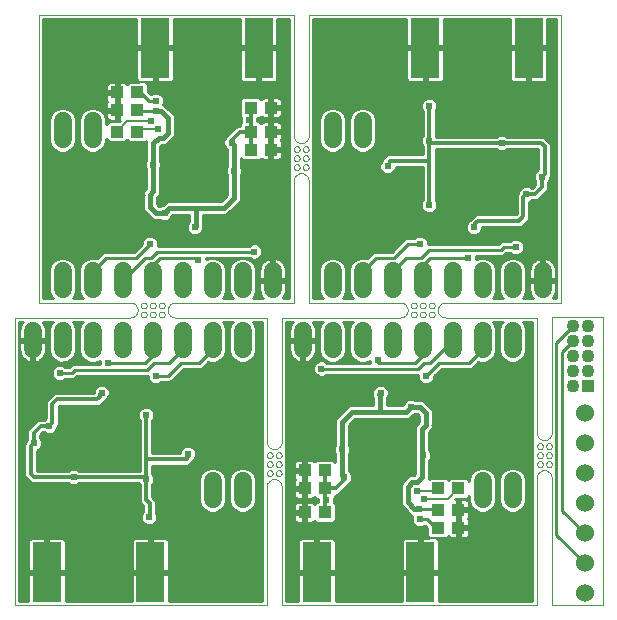
<source format=gbl>
G75*
%MOIN*%
%OFA0B0*%
%FSLAX24Y24*%
%IPPOS*%
%LPD*%
%AMOC8*
5,1,8,0,0,1.08239X$1,22.5*
%
%ADD10C,0.0000*%
%ADD11C,0.0320*%
%ADD12R,0.0950X0.2000*%
%ADD13C,0.0600*%
%ADD14R,0.0433X0.0394*%
%ADD15C,0.0240*%
%ADD16C,0.0100*%
%ADD17C,0.0120*%
%ADD18C,0.0080*%
%ADD19C,0.0160*%
%ADD20C,0.0600*%
%ADD21C,0.0430*%
%ADD22R,0.0430X0.0430*%
D10*
X000550Y002350D02*
X000550Y011940D01*
X004400Y011940D01*
X004430Y011942D01*
X004460Y011947D01*
X004489Y011956D01*
X004516Y011969D01*
X004542Y011984D01*
X004566Y012003D01*
X004587Y012024D01*
X004606Y012048D01*
X004621Y012074D01*
X004634Y012101D01*
X004643Y012130D01*
X004648Y012160D01*
X004650Y012190D01*
X004648Y012220D01*
X004643Y012250D01*
X004634Y012279D01*
X004621Y012306D01*
X004606Y012332D01*
X004587Y012356D01*
X004566Y012377D01*
X004542Y012396D01*
X004516Y012411D01*
X004489Y012424D01*
X004460Y012433D01*
X004430Y012438D01*
X004400Y012440D01*
X001350Y012440D01*
X001350Y022035D01*
X009850Y022035D01*
X009850Y018000D01*
X009852Y017970D01*
X009857Y017940D01*
X009866Y017911D01*
X009879Y017884D01*
X009894Y017858D01*
X009913Y017834D01*
X009934Y017813D01*
X009958Y017794D01*
X009984Y017779D01*
X010011Y017766D01*
X010040Y017757D01*
X010070Y017752D01*
X010100Y017750D01*
X010130Y017752D01*
X010160Y017757D01*
X010189Y017766D01*
X010216Y017779D01*
X010242Y017794D01*
X010266Y017813D01*
X010287Y017834D01*
X010306Y017858D01*
X010321Y017884D01*
X010334Y017911D01*
X010343Y017940D01*
X010348Y017970D01*
X010350Y018000D01*
X010350Y022035D01*
X018750Y022035D01*
X018750Y012440D01*
X014910Y012440D01*
X014880Y012438D01*
X014850Y012433D01*
X014821Y012424D01*
X014794Y012411D01*
X014768Y012396D01*
X014744Y012377D01*
X014723Y012356D01*
X014704Y012332D01*
X014689Y012306D01*
X014676Y012279D01*
X014667Y012250D01*
X014662Y012220D01*
X014660Y012190D01*
X014662Y012160D01*
X014667Y012130D01*
X014676Y012101D01*
X014689Y012074D01*
X014704Y012048D01*
X014723Y012024D01*
X014744Y012003D01*
X014768Y011984D01*
X014794Y011969D01*
X014821Y011956D01*
X014850Y011947D01*
X014880Y011942D01*
X014910Y011940D01*
X017950Y011940D01*
X017950Y008100D01*
X017952Y008070D01*
X017957Y008040D01*
X017966Y008011D01*
X017979Y007984D01*
X017994Y007958D01*
X018013Y007934D01*
X018034Y007913D01*
X018058Y007894D01*
X018084Y007879D01*
X018111Y007866D01*
X018140Y007857D01*
X018170Y007852D01*
X018200Y007850D01*
X018230Y007852D01*
X018260Y007857D01*
X018289Y007866D01*
X018316Y007879D01*
X018342Y007894D01*
X018366Y007913D01*
X018387Y007934D01*
X018406Y007958D01*
X018421Y007984D01*
X018434Y008011D01*
X018443Y008040D01*
X018448Y008070D01*
X018450Y008100D01*
X018450Y011950D01*
X020150Y011950D01*
X020150Y002350D01*
X018450Y002350D01*
X018450Y006600D01*
X018262Y007050D02*
X018264Y007069D01*
X018269Y007088D01*
X018279Y007104D01*
X018291Y007119D01*
X018306Y007131D01*
X018322Y007141D01*
X018341Y007146D01*
X018360Y007148D01*
X018379Y007146D01*
X018398Y007141D01*
X018414Y007131D01*
X018429Y007119D01*
X018441Y007104D01*
X018451Y007088D01*
X018456Y007069D01*
X018458Y007050D01*
X018456Y007031D01*
X018451Y007012D01*
X018441Y006996D01*
X018429Y006981D01*
X018414Y006969D01*
X018398Y006959D01*
X018379Y006954D01*
X018360Y006952D01*
X018341Y006954D01*
X018322Y006959D01*
X018306Y006969D01*
X018291Y006981D01*
X018279Y006996D01*
X018269Y007012D01*
X018264Y007031D01*
X018262Y007050D01*
X017962Y007050D02*
X017964Y007069D01*
X017969Y007088D01*
X017979Y007104D01*
X017991Y007119D01*
X018006Y007131D01*
X018022Y007141D01*
X018041Y007146D01*
X018060Y007148D01*
X018079Y007146D01*
X018098Y007141D01*
X018114Y007131D01*
X018129Y007119D01*
X018141Y007104D01*
X018151Y007088D01*
X018156Y007069D01*
X018158Y007050D01*
X018156Y007031D01*
X018151Y007012D01*
X018141Y006996D01*
X018129Y006981D01*
X018114Y006969D01*
X018098Y006959D01*
X018079Y006954D01*
X018060Y006952D01*
X018041Y006954D01*
X018022Y006959D01*
X018006Y006969D01*
X017991Y006981D01*
X017979Y006996D01*
X017969Y007012D01*
X017964Y007031D01*
X017962Y007050D01*
X017950Y006600D02*
X017950Y002350D01*
X009450Y002350D01*
X009450Y006305D01*
X009448Y006335D01*
X009441Y006365D01*
X009432Y006393D01*
X009419Y006421D01*
X009403Y006446D01*
X009384Y006469D01*
X009362Y006490D01*
X009338Y006509D01*
X009312Y006524D01*
X009284Y006535D01*
X009255Y006544D01*
X009225Y006549D01*
X009195Y006550D01*
X009165Y006548D01*
X009135Y006541D01*
X009107Y006532D01*
X009079Y006519D01*
X009054Y006503D01*
X009031Y006484D01*
X009010Y006462D01*
X008991Y006438D01*
X008976Y006412D01*
X008965Y006384D01*
X008956Y006355D01*
X008951Y006325D01*
X008950Y006295D01*
X008950Y002350D01*
X000550Y002350D01*
X005900Y011940D02*
X008950Y011940D01*
X008950Y007800D01*
X008952Y007770D01*
X008957Y007740D01*
X008966Y007711D01*
X008979Y007684D01*
X008994Y007658D01*
X009013Y007634D01*
X009034Y007613D01*
X009058Y007594D01*
X009084Y007579D01*
X009111Y007566D01*
X009140Y007557D01*
X009170Y007552D01*
X009200Y007550D01*
X009230Y007552D01*
X009260Y007557D01*
X009289Y007566D01*
X009316Y007579D01*
X009342Y007594D01*
X009366Y007613D01*
X009387Y007634D01*
X009406Y007658D01*
X009421Y007684D01*
X009434Y007711D01*
X009443Y007740D01*
X009448Y007770D01*
X009450Y007800D01*
X009450Y011940D01*
X013400Y011940D01*
X013430Y011942D01*
X013460Y011947D01*
X013489Y011956D01*
X013516Y011969D01*
X013542Y011984D01*
X013566Y012003D01*
X013587Y012024D01*
X013606Y012048D01*
X013621Y012074D01*
X013634Y012101D01*
X013643Y012130D01*
X013648Y012160D01*
X013650Y012190D01*
X013648Y012220D01*
X013643Y012250D01*
X013634Y012279D01*
X013621Y012306D01*
X013606Y012332D01*
X013587Y012356D01*
X013566Y012377D01*
X013542Y012396D01*
X013516Y012411D01*
X013489Y012424D01*
X013460Y012433D01*
X013430Y012438D01*
X013400Y012440D01*
X010350Y012440D01*
X010350Y016500D01*
X010348Y016530D01*
X010343Y016560D01*
X010334Y016589D01*
X010321Y016616D01*
X010306Y016642D01*
X010287Y016666D01*
X010266Y016687D01*
X010242Y016706D01*
X010216Y016721D01*
X010189Y016734D01*
X010160Y016743D01*
X010130Y016748D01*
X010100Y016750D01*
X010070Y016748D01*
X010040Y016743D01*
X010011Y016734D01*
X009984Y016721D01*
X009958Y016706D01*
X009934Y016687D01*
X009913Y016666D01*
X009894Y016642D01*
X009879Y016616D01*
X009866Y016589D01*
X009857Y016560D01*
X009852Y016530D01*
X009850Y016500D01*
X009850Y012440D01*
X005900Y012440D01*
X005870Y012438D01*
X005840Y012433D01*
X005811Y012424D01*
X005784Y012411D01*
X005758Y012396D01*
X005734Y012377D01*
X005713Y012356D01*
X005694Y012332D01*
X005679Y012306D01*
X005666Y012279D01*
X005657Y012250D01*
X005652Y012220D01*
X005650Y012190D01*
X005652Y012160D01*
X005657Y012130D01*
X005666Y012101D01*
X005679Y012074D01*
X005694Y012048D01*
X005713Y012024D01*
X005734Y012003D01*
X005758Y011984D01*
X005784Y011969D01*
X005811Y011956D01*
X005840Y011947D01*
X005870Y011942D01*
X005900Y011940D01*
X005352Y012040D02*
X005354Y012059D01*
X005359Y012078D01*
X005369Y012094D01*
X005381Y012109D01*
X005396Y012121D01*
X005412Y012131D01*
X005431Y012136D01*
X005450Y012138D01*
X005469Y012136D01*
X005488Y012131D01*
X005504Y012121D01*
X005519Y012109D01*
X005531Y012094D01*
X005541Y012078D01*
X005546Y012059D01*
X005548Y012040D01*
X005546Y012021D01*
X005541Y012002D01*
X005531Y011986D01*
X005519Y011971D01*
X005504Y011959D01*
X005488Y011949D01*
X005469Y011944D01*
X005450Y011942D01*
X005431Y011944D01*
X005412Y011949D01*
X005396Y011959D01*
X005381Y011971D01*
X005369Y011986D01*
X005359Y012002D01*
X005354Y012021D01*
X005352Y012040D01*
X005052Y012040D02*
X005054Y012059D01*
X005059Y012078D01*
X005069Y012094D01*
X005081Y012109D01*
X005096Y012121D01*
X005112Y012131D01*
X005131Y012136D01*
X005150Y012138D01*
X005169Y012136D01*
X005188Y012131D01*
X005204Y012121D01*
X005219Y012109D01*
X005231Y012094D01*
X005241Y012078D01*
X005246Y012059D01*
X005248Y012040D01*
X005246Y012021D01*
X005241Y012002D01*
X005231Y011986D01*
X005219Y011971D01*
X005204Y011959D01*
X005188Y011949D01*
X005169Y011944D01*
X005150Y011942D01*
X005131Y011944D01*
X005112Y011949D01*
X005096Y011959D01*
X005081Y011971D01*
X005069Y011986D01*
X005059Y012002D01*
X005054Y012021D01*
X005052Y012040D01*
X004752Y012040D02*
X004754Y012059D01*
X004759Y012078D01*
X004769Y012094D01*
X004781Y012109D01*
X004796Y012121D01*
X004812Y012131D01*
X004831Y012136D01*
X004850Y012138D01*
X004869Y012136D01*
X004888Y012131D01*
X004904Y012121D01*
X004919Y012109D01*
X004931Y012094D01*
X004941Y012078D01*
X004946Y012059D01*
X004948Y012040D01*
X004946Y012021D01*
X004941Y012002D01*
X004931Y011986D01*
X004919Y011971D01*
X004904Y011959D01*
X004888Y011949D01*
X004869Y011944D01*
X004850Y011942D01*
X004831Y011944D01*
X004812Y011949D01*
X004796Y011959D01*
X004781Y011971D01*
X004769Y011986D01*
X004759Y012002D01*
X004754Y012021D01*
X004752Y012040D01*
X004752Y012340D02*
X004754Y012359D01*
X004759Y012378D01*
X004769Y012394D01*
X004781Y012409D01*
X004796Y012421D01*
X004812Y012431D01*
X004831Y012436D01*
X004850Y012438D01*
X004869Y012436D01*
X004888Y012431D01*
X004904Y012421D01*
X004919Y012409D01*
X004931Y012394D01*
X004941Y012378D01*
X004946Y012359D01*
X004948Y012340D01*
X004946Y012321D01*
X004941Y012302D01*
X004931Y012286D01*
X004919Y012271D01*
X004904Y012259D01*
X004888Y012249D01*
X004869Y012244D01*
X004850Y012242D01*
X004831Y012244D01*
X004812Y012249D01*
X004796Y012259D01*
X004781Y012271D01*
X004769Y012286D01*
X004759Y012302D01*
X004754Y012321D01*
X004752Y012340D01*
X005052Y012340D02*
X005054Y012359D01*
X005059Y012378D01*
X005069Y012394D01*
X005081Y012409D01*
X005096Y012421D01*
X005112Y012431D01*
X005131Y012436D01*
X005150Y012438D01*
X005169Y012436D01*
X005188Y012431D01*
X005204Y012421D01*
X005219Y012409D01*
X005231Y012394D01*
X005241Y012378D01*
X005246Y012359D01*
X005248Y012340D01*
X005246Y012321D01*
X005241Y012302D01*
X005231Y012286D01*
X005219Y012271D01*
X005204Y012259D01*
X005188Y012249D01*
X005169Y012244D01*
X005150Y012242D01*
X005131Y012244D01*
X005112Y012249D01*
X005096Y012259D01*
X005081Y012271D01*
X005069Y012286D01*
X005059Y012302D01*
X005054Y012321D01*
X005052Y012340D01*
X005352Y012340D02*
X005354Y012359D01*
X005359Y012378D01*
X005369Y012394D01*
X005381Y012409D01*
X005396Y012421D01*
X005412Y012431D01*
X005431Y012436D01*
X005450Y012438D01*
X005469Y012436D01*
X005488Y012431D01*
X005504Y012421D01*
X005519Y012409D01*
X005531Y012394D01*
X005541Y012378D01*
X005546Y012359D01*
X005548Y012340D01*
X005546Y012321D01*
X005541Y012302D01*
X005531Y012286D01*
X005519Y012271D01*
X005504Y012259D01*
X005488Y012249D01*
X005469Y012244D01*
X005450Y012242D01*
X005431Y012244D01*
X005412Y012249D01*
X005396Y012259D01*
X005381Y012271D01*
X005369Y012286D01*
X005359Y012302D01*
X005354Y012321D01*
X005352Y012340D01*
X008952Y007350D02*
X008954Y007369D01*
X008959Y007388D01*
X008969Y007404D01*
X008981Y007419D01*
X008996Y007431D01*
X009012Y007441D01*
X009031Y007446D01*
X009050Y007448D01*
X009069Y007446D01*
X009088Y007441D01*
X009104Y007431D01*
X009119Y007419D01*
X009131Y007404D01*
X009141Y007388D01*
X009146Y007369D01*
X009148Y007350D01*
X009146Y007331D01*
X009141Y007312D01*
X009131Y007296D01*
X009119Y007281D01*
X009104Y007269D01*
X009088Y007259D01*
X009069Y007254D01*
X009050Y007252D01*
X009031Y007254D01*
X009012Y007259D01*
X008996Y007269D01*
X008981Y007281D01*
X008969Y007296D01*
X008959Y007312D01*
X008954Y007331D01*
X008952Y007350D01*
X008952Y007050D02*
X008954Y007069D01*
X008959Y007088D01*
X008969Y007104D01*
X008981Y007119D01*
X008996Y007131D01*
X009012Y007141D01*
X009031Y007146D01*
X009050Y007148D01*
X009069Y007146D01*
X009088Y007141D01*
X009104Y007131D01*
X009119Y007119D01*
X009131Y007104D01*
X009141Y007088D01*
X009146Y007069D01*
X009148Y007050D01*
X009146Y007031D01*
X009141Y007012D01*
X009131Y006996D01*
X009119Y006981D01*
X009104Y006969D01*
X009088Y006959D01*
X009069Y006954D01*
X009050Y006952D01*
X009031Y006954D01*
X009012Y006959D01*
X008996Y006969D01*
X008981Y006981D01*
X008969Y006996D01*
X008959Y007012D01*
X008954Y007031D01*
X008952Y007050D01*
X008952Y006750D02*
X008954Y006769D01*
X008959Y006788D01*
X008969Y006804D01*
X008981Y006819D01*
X008996Y006831D01*
X009012Y006841D01*
X009031Y006846D01*
X009050Y006848D01*
X009069Y006846D01*
X009088Y006841D01*
X009104Y006831D01*
X009119Y006819D01*
X009131Y006804D01*
X009141Y006788D01*
X009146Y006769D01*
X009148Y006750D01*
X009146Y006731D01*
X009141Y006712D01*
X009131Y006696D01*
X009119Y006681D01*
X009104Y006669D01*
X009088Y006659D01*
X009069Y006654D01*
X009050Y006652D01*
X009031Y006654D01*
X009012Y006659D01*
X008996Y006669D01*
X008981Y006681D01*
X008969Y006696D01*
X008959Y006712D01*
X008954Y006731D01*
X008952Y006750D01*
X009252Y006750D02*
X009254Y006769D01*
X009259Y006788D01*
X009269Y006804D01*
X009281Y006819D01*
X009296Y006831D01*
X009312Y006841D01*
X009331Y006846D01*
X009350Y006848D01*
X009369Y006846D01*
X009388Y006841D01*
X009404Y006831D01*
X009419Y006819D01*
X009431Y006804D01*
X009441Y006788D01*
X009446Y006769D01*
X009448Y006750D01*
X009446Y006731D01*
X009441Y006712D01*
X009431Y006696D01*
X009419Y006681D01*
X009404Y006669D01*
X009388Y006659D01*
X009369Y006654D01*
X009350Y006652D01*
X009331Y006654D01*
X009312Y006659D01*
X009296Y006669D01*
X009281Y006681D01*
X009269Y006696D01*
X009259Y006712D01*
X009254Y006731D01*
X009252Y006750D01*
X009252Y007050D02*
X009254Y007069D01*
X009259Y007088D01*
X009269Y007104D01*
X009281Y007119D01*
X009296Y007131D01*
X009312Y007141D01*
X009331Y007146D01*
X009350Y007148D01*
X009369Y007146D01*
X009388Y007141D01*
X009404Y007131D01*
X009419Y007119D01*
X009431Y007104D01*
X009441Y007088D01*
X009446Y007069D01*
X009448Y007050D01*
X009446Y007031D01*
X009441Y007012D01*
X009431Y006996D01*
X009419Y006981D01*
X009404Y006969D01*
X009388Y006959D01*
X009369Y006954D01*
X009350Y006952D01*
X009331Y006954D01*
X009312Y006959D01*
X009296Y006969D01*
X009281Y006981D01*
X009269Y006996D01*
X009259Y007012D01*
X009254Y007031D01*
X009252Y007050D01*
X009252Y007350D02*
X009254Y007369D01*
X009259Y007388D01*
X009269Y007404D01*
X009281Y007419D01*
X009296Y007431D01*
X009312Y007441D01*
X009331Y007446D01*
X009350Y007448D01*
X009369Y007446D01*
X009388Y007441D01*
X009404Y007431D01*
X009419Y007419D01*
X009431Y007404D01*
X009441Y007388D01*
X009446Y007369D01*
X009448Y007350D01*
X009446Y007331D01*
X009441Y007312D01*
X009431Y007296D01*
X009419Y007281D01*
X009404Y007269D01*
X009388Y007259D01*
X009369Y007254D01*
X009350Y007252D01*
X009331Y007254D01*
X009312Y007259D01*
X009296Y007269D01*
X009281Y007281D01*
X009269Y007296D01*
X009259Y007312D01*
X009254Y007331D01*
X009252Y007350D01*
X013752Y012040D02*
X013754Y012059D01*
X013759Y012078D01*
X013769Y012094D01*
X013781Y012109D01*
X013796Y012121D01*
X013812Y012131D01*
X013831Y012136D01*
X013850Y012138D01*
X013869Y012136D01*
X013888Y012131D01*
X013904Y012121D01*
X013919Y012109D01*
X013931Y012094D01*
X013941Y012078D01*
X013946Y012059D01*
X013948Y012040D01*
X013946Y012021D01*
X013941Y012002D01*
X013931Y011986D01*
X013919Y011971D01*
X013904Y011959D01*
X013888Y011949D01*
X013869Y011944D01*
X013850Y011942D01*
X013831Y011944D01*
X013812Y011949D01*
X013796Y011959D01*
X013781Y011971D01*
X013769Y011986D01*
X013759Y012002D01*
X013754Y012021D01*
X013752Y012040D01*
X013752Y012340D02*
X013754Y012359D01*
X013759Y012378D01*
X013769Y012394D01*
X013781Y012409D01*
X013796Y012421D01*
X013812Y012431D01*
X013831Y012436D01*
X013850Y012438D01*
X013869Y012436D01*
X013888Y012431D01*
X013904Y012421D01*
X013919Y012409D01*
X013931Y012394D01*
X013941Y012378D01*
X013946Y012359D01*
X013948Y012340D01*
X013946Y012321D01*
X013941Y012302D01*
X013931Y012286D01*
X013919Y012271D01*
X013904Y012259D01*
X013888Y012249D01*
X013869Y012244D01*
X013850Y012242D01*
X013831Y012244D01*
X013812Y012249D01*
X013796Y012259D01*
X013781Y012271D01*
X013769Y012286D01*
X013759Y012302D01*
X013754Y012321D01*
X013752Y012340D01*
X014052Y012340D02*
X014054Y012359D01*
X014059Y012378D01*
X014069Y012394D01*
X014081Y012409D01*
X014096Y012421D01*
X014112Y012431D01*
X014131Y012436D01*
X014150Y012438D01*
X014169Y012436D01*
X014188Y012431D01*
X014204Y012421D01*
X014219Y012409D01*
X014231Y012394D01*
X014241Y012378D01*
X014246Y012359D01*
X014248Y012340D01*
X014246Y012321D01*
X014241Y012302D01*
X014231Y012286D01*
X014219Y012271D01*
X014204Y012259D01*
X014188Y012249D01*
X014169Y012244D01*
X014150Y012242D01*
X014131Y012244D01*
X014112Y012249D01*
X014096Y012259D01*
X014081Y012271D01*
X014069Y012286D01*
X014059Y012302D01*
X014054Y012321D01*
X014052Y012340D01*
X014052Y012040D02*
X014054Y012059D01*
X014059Y012078D01*
X014069Y012094D01*
X014081Y012109D01*
X014096Y012121D01*
X014112Y012131D01*
X014131Y012136D01*
X014150Y012138D01*
X014169Y012136D01*
X014188Y012131D01*
X014204Y012121D01*
X014219Y012109D01*
X014231Y012094D01*
X014241Y012078D01*
X014246Y012059D01*
X014248Y012040D01*
X014246Y012021D01*
X014241Y012002D01*
X014231Y011986D01*
X014219Y011971D01*
X014204Y011959D01*
X014188Y011949D01*
X014169Y011944D01*
X014150Y011942D01*
X014131Y011944D01*
X014112Y011949D01*
X014096Y011959D01*
X014081Y011971D01*
X014069Y011986D01*
X014059Y012002D01*
X014054Y012021D01*
X014052Y012040D01*
X014352Y012040D02*
X014354Y012059D01*
X014359Y012078D01*
X014369Y012094D01*
X014381Y012109D01*
X014396Y012121D01*
X014412Y012131D01*
X014431Y012136D01*
X014450Y012138D01*
X014469Y012136D01*
X014488Y012131D01*
X014504Y012121D01*
X014519Y012109D01*
X014531Y012094D01*
X014541Y012078D01*
X014546Y012059D01*
X014548Y012040D01*
X014546Y012021D01*
X014541Y012002D01*
X014531Y011986D01*
X014519Y011971D01*
X014504Y011959D01*
X014488Y011949D01*
X014469Y011944D01*
X014450Y011942D01*
X014431Y011944D01*
X014412Y011949D01*
X014396Y011959D01*
X014381Y011971D01*
X014369Y011986D01*
X014359Y012002D01*
X014354Y012021D01*
X014352Y012040D01*
X014352Y012340D02*
X014354Y012359D01*
X014359Y012378D01*
X014369Y012394D01*
X014381Y012409D01*
X014396Y012421D01*
X014412Y012431D01*
X014431Y012436D01*
X014450Y012438D01*
X014469Y012436D01*
X014488Y012431D01*
X014504Y012421D01*
X014519Y012409D01*
X014531Y012394D01*
X014541Y012378D01*
X014546Y012359D01*
X014548Y012340D01*
X014546Y012321D01*
X014541Y012302D01*
X014531Y012286D01*
X014519Y012271D01*
X014504Y012259D01*
X014488Y012249D01*
X014469Y012244D01*
X014450Y012242D01*
X014431Y012244D01*
X014412Y012249D01*
X014396Y012259D01*
X014381Y012271D01*
X014369Y012286D01*
X014359Y012302D01*
X014354Y012321D01*
X014352Y012340D01*
X017962Y007650D02*
X017964Y007669D01*
X017969Y007688D01*
X017979Y007704D01*
X017991Y007719D01*
X018006Y007731D01*
X018022Y007741D01*
X018041Y007746D01*
X018060Y007748D01*
X018079Y007746D01*
X018098Y007741D01*
X018114Y007731D01*
X018129Y007719D01*
X018141Y007704D01*
X018151Y007688D01*
X018156Y007669D01*
X018158Y007650D01*
X018156Y007631D01*
X018151Y007612D01*
X018141Y007596D01*
X018129Y007581D01*
X018114Y007569D01*
X018098Y007559D01*
X018079Y007554D01*
X018060Y007552D01*
X018041Y007554D01*
X018022Y007559D01*
X018006Y007569D01*
X017991Y007581D01*
X017979Y007596D01*
X017969Y007612D01*
X017964Y007631D01*
X017962Y007650D01*
X017962Y007350D02*
X017964Y007369D01*
X017969Y007388D01*
X017979Y007404D01*
X017991Y007419D01*
X018006Y007431D01*
X018022Y007441D01*
X018041Y007446D01*
X018060Y007448D01*
X018079Y007446D01*
X018098Y007441D01*
X018114Y007431D01*
X018129Y007419D01*
X018141Y007404D01*
X018151Y007388D01*
X018156Y007369D01*
X018158Y007350D01*
X018156Y007331D01*
X018151Y007312D01*
X018141Y007296D01*
X018129Y007281D01*
X018114Y007269D01*
X018098Y007259D01*
X018079Y007254D01*
X018060Y007252D01*
X018041Y007254D01*
X018022Y007259D01*
X018006Y007269D01*
X017991Y007281D01*
X017979Y007296D01*
X017969Y007312D01*
X017964Y007331D01*
X017962Y007350D01*
X018262Y007350D02*
X018264Y007369D01*
X018269Y007388D01*
X018279Y007404D01*
X018291Y007419D01*
X018306Y007431D01*
X018322Y007441D01*
X018341Y007446D01*
X018360Y007448D01*
X018379Y007446D01*
X018398Y007441D01*
X018414Y007431D01*
X018429Y007419D01*
X018441Y007404D01*
X018451Y007388D01*
X018456Y007369D01*
X018458Y007350D01*
X018456Y007331D01*
X018451Y007312D01*
X018441Y007296D01*
X018429Y007281D01*
X018414Y007269D01*
X018398Y007259D01*
X018379Y007254D01*
X018360Y007252D01*
X018341Y007254D01*
X018322Y007259D01*
X018306Y007269D01*
X018291Y007281D01*
X018279Y007296D01*
X018269Y007312D01*
X018264Y007331D01*
X018262Y007350D01*
X018262Y007650D02*
X018264Y007669D01*
X018269Y007688D01*
X018279Y007704D01*
X018291Y007719D01*
X018306Y007731D01*
X018322Y007741D01*
X018341Y007746D01*
X018360Y007748D01*
X018379Y007746D01*
X018398Y007741D01*
X018414Y007731D01*
X018429Y007719D01*
X018441Y007704D01*
X018451Y007688D01*
X018456Y007669D01*
X018458Y007650D01*
X018456Y007631D01*
X018451Y007612D01*
X018441Y007596D01*
X018429Y007581D01*
X018414Y007569D01*
X018398Y007559D01*
X018379Y007554D01*
X018360Y007552D01*
X018341Y007554D01*
X018322Y007559D01*
X018306Y007569D01*
X018291Y007581D01*
X018279Y007596D01*
X018269Y007612D01*
X018264Y007631D01*
X018262Y007650D01*
X018450Y006600D02*
X018448Y006630D01*
X018443Y006660D01*
X018434Y006689D01*
X018421Y006716D01*
X018406Y006742D01*
X018387Y006766D01*
X018366Y006787D01*
X018342Y006806D01*
X018316Y006821D01*
X018289Y006834D01*
X018260Y006843D01*
X018230Y006848D01*
X018200Y006850D01*
X018170Y006848D01*
X018140Y006843D01*
X018111Y006834D01*
X018084Y006821D01*
X018058Y006806D01*
X018034Y006787D01*
X018013Y006766D01*
X017994Y006742D01*
X017979Y006716D01*
X017966Y006689D01*
X017957Y006660D01*
X017952Y006630D01*
X017950Y006600D01*
X010152Y016950D02*
X010154Y016969D01*
X010159Y016988D01*
X010169Y017004D01*
X010181Y017019D01*
X010196Y017031D01*
X010212Y017041D01*
X010231Y017046D01*
X010250Y017048D01*
X010269Y017046D01*
X010288Y017041D01*
X010304Y017031D01*
X010319Y017019D01*
X010331Y017004D01*
X010341Y016988D01*
X010346Y016969D01*
X010348Y016950D01*
X010346Y016931D01*
X010341Y016912D01*
X010331Y016896D01*
X010319Y016881D01*
X010304Y016869D01*
X010288Y016859D01*
X010269Y016854D01*
X010250Y016852D01*
X010231Y016854D01*
X010212Y016859D01*
X010196Y016869D01*
X010181Y016881D01*
X010169Y016896D01*
X010159Y016912D01*
X010154Y016931D01*
X010152Y016950D01*
X009852Y016950D02*
X009854Y016969D01*
X009859Y016988D01*
X009869Y017004D01*
X009881Y017019D01*
X009896Y017031D01*
X009912Y017041D01*
X009931Y017046D01*
X009950Y017048D01*
X009969Y017046D01*
X009988Y017041D01*
X010004Y017031D01*
X010019Y017019D01*
X010031Y017004D01*
X010041Y016988D01*
X010046Y016969D01*
X010048Y016950D01*
X010046Y016931D01*
X010041Y016912D01*
X010031Y016896D01*
X010019Y016881D01*
X010004Y016869D01*
X009988Y016859D01*
X009969Y016854D01*
X009950Y016852D01*
X009931Y016854D01*
X009912Y016859D01*
X009896Y016869D01*
X009881Y016881D01*
X009869Y016896D01*
X009859Y016912D01*
X009854Y016931D01*
X009852Y016950D01*
X009852Y017250D02*
X009854Y017269D01*
X009859Y017288D01*
X009869Y017304D01*
X009881Y017319D01*
X009896Y017331D01*
X009912Y017341D01*
X009931Y017346D01*
X009950Y017348D01*
X009969Y017346D01*
X009988Y017341D01*
X010004Y017331D01*
X010019Y017319D01*
X010031Y017304D01*
X010041Y017288D01*
X010046Y017269D01*
X010048Y017250D01*
X010046Y017231D01*
X010041Y017212D01*
X010031Y017196D01*
X010019Y017181D01*
X010004Y017169D01*
X009988Y017159D01*
X009969Y017154D01*
X009950Y017152D01*
X009931Y017154D01*
X009912Y017159D01*
X009896Y017169D01*
X009881Y017181D01*
X009869Y017196D01*
X009859Y017212D01*
X009854Y017231D01*
X009852Y017250D01*
X009852Y017550D02*
X009854Y017569D01*
X009859Y017588D01*
X009869Y017604D01*
X009881Y017619D01*
X009896Y017631D01*
X009912Y017641D01*
X009931Y017646D01*
X009950Y017648D01*
X009969Y017646D01*
X009988Y017641D01*
X010004Y017631D01*
X010019Y017619D01*
X010031Y017604D01*
X010041Y017588D01*
X010046Y017569D01*
X010048Y017550D01*
X010046Y017531D01*
X010041Y017512D01*
X010031Y017496D01*
X010019Y017481D01*
X010004Y017469D01*
X009988Y017459D01*
X009969Y017454D01*
X009950Y017452D01*
X009931Y017454D01*
X009912Y017459D01*
X009896Y017469D01*
X009881Y017481D01*
X009869Y017496D01*
X009859Y017512D01*
X009854Y017531D01*
X009852Y017550D01*
X010152Y017550D02*
X010154Y017569D01*
X010159Y017588D01*
X010169Y017604D01*
X010181Y017619D01*
X010196Y017631D01*
X010212Y017641D01*
X010231Y017646D01*
X010250Y017648D01*
X010269Y017646D01*
X010288Y017641D01*
X010304Y017631D01*
X010319Y017619D01*
X010331Y017604D01*
X010341Y017588D01*
X010346Y017569D01*
X010348Y017550D01*
X010346Y017531D01*
X010341Y017512D01*
X010331Y017496D01*
X010319Y017481D01*
X010304Y017469D01*
X010288Y017459D01*
X010269Y017454D01*
X010250Y017452D01*
X010231Y017454D01*
X010212Y017459D01*
X010196Y017469D01*
X010181Y017481D01*
X010169Y017496D01*
X010159Y017512D01*
X010154Y017531D01*
X010152Y017550D01*
X010152Y017250D02*
X010154Y017269D01*
X010159Y017288D01*
X010169Y017304D01*
X010181Y017319D01*
X010196Y017331D01*
X010212Y017341D01*
X010231Y017346D01*
X010250Y017348D01*
X010269Y017346D01*
X010288Y017341D01*
X010304Y017331D01*
X010319Y017319D01*
X010331Y017304D01*
X010341Y017288D01*
X010346Y017269D01*
X010348Y017250D01*
X010346Y017231D01*
X010341Y017212D01*
X010331Y017196D01*
X010319Y017181D01*
X010304Y017169D01*
X010288Y017159D01*
X010269Y017154D01*
X010250Y017152D01*
X010231Y017154D01*
X010212Y017159D01*
X010196Y017169D01*
X010181Y017181D01*
X010169Y017196D01*
X010159Y017212D01*
X010154Y017231D01*
X010152Y017250D01*
D11*
X006977Y017351D03*
X006977Y017011D03*
X006977Y016671D03*
X006977Y016331D03*
X006637Y016331D03*
X006297Y016331D03*
X006297Y016671D03*
X006637Y016671D03*
X006637Y017011D03*
X006287Y017011D03*
X005957Y017011D03*
X005957Y016671D03*
X005957Y016331D03*
X005957Y017351D03*
X006297Y017351D03*
X006637Y017351D03*
X004343Y008049D03*
X004003Y008049D03*
X003663Y008049D03*
X003323Y008049D03*
X003323Y007709D03*
X003323Y007369D03*
X003323Y007029D03*
X003663Y007029D03*
X004003Y007029D03*
X004013Y007369D03*
X004003Y007709D03*
X003663Y007709D03*
X003663Y007369D03*
X004343Y007369D03*
X004343Y007709D03*
X004343Y007029D03*
X012323Y007029D03*
X012323Y007369D03*
X012323Y007709D03*
X012323Y008049D03*
X012663Y008049D03*
X012663Y007709D03*
X012663Y007369D03*
X012663Y007029D03*
X013003Y007029D03*
X013343Y007029D03*
X013343Y007369D03*
X013013Y007369D03*
X013003Y007709D03*
X013343Y007709D03*
X013343Y008049D03*
X013003Y008049D03*
X014957Y016331D03*
X015297Y016331D03*
X015637Y016331D03*
X015977Y016331D03*
X015977Y016671D03*
X015977Y017011D03*
X015637Y017011D03*
X015637Y016671D03*
X015297Y016671D03*
X015287Y017011D03*
X014957Y017011D03*
X014957Y016671D03*
X014957Y017351D03*
X015297Y017351D03*
X015637Y017351D03*
X015977Y017351D03*
D12*
X017679Y020926D03*
X014229Y020926D03*
X008679Y020926D03*
X005229Y020926D03*
X005071Y003454D03*
X001621Y003454D03*
X010621Y003454D03*
X014071Y003454D03*
D13*
X016150Y005890D02*
X016150Y006490D01*
X017150Y006490D02*
X017150Y005890D01*
X017150Y010890D02*
X017150Y011490D01*
X016150Y011490D02*
X016150Y010890D01*
X015150Y010890D02*
X015150Y011490D01*
X014150Y011490D02*
X014150Y010890D01*
X013150Y010890D02*
X013150Y011490D01*
X012150Y011490D02*
X012150Y010890D01*
X011150Y010890D02*
X011150Y011490D01*
X010150Y011490D02*
X010150Y010890D01*
X009150Y012890D02*
X009150Y013490D01*
X008150Y013490D02*
X008150Y012890D01*
X007150Y012890D02*
X007150Y013490D01*
X006150Y013490D02*
X006150Y012890D01*
X005150Y012890D02*
X005150Y013490D01*
X004150Y013490D02*
X004150Y012890D01*
X003150Y012890D02*
X003150Y013490D01*
X002150Y013490D02*
X002150Y012890D01*
X002150Y011490D02*
X002150Y010890D01*
X001150Y010890D02*
X001150Y011490D01*
X003150Y011490D02*
X003150Y010890D01*
X004150Y010890D02*
X004150Y011490D01*
X005150Y011490D02*
X005150Y010890D01*
X006150Y010890D02*
X006150Y011490D01*
X007150Y011490D02*
X007150Y010890D01*
X008150Y010890D02*
X008150Y011490D01*
X011150Y012890D02*
X011150Y013490D01*
X012150Y013490D02*
X012150Y012890D01*
X013150Y012890D02*
X013150Y013490D01*
X014150Y013490D02*
X014150Y012890D01*
X015150Y012890D02*
X015150Y013490D01*
X016150Y013490D02*
X016150Y012890D01*
X017150Y012890D02*
X017150Y013490D01*
X018150Y013490D02*
X018150Y012890D01*
X012150Y017890D02*
X012150Y018490D01*
X011150Y018490D02*
X011150Y017890D01*
X003150Y017890D02*
X003150Y018490D01*
X002150Y018490D02*
X002150Y017890D01*
X007150Y006490D02*
X007150Y005890D01*
X008150Y005890D02*
X008150Y006490D01*
D14*
X010214Y006250D03*
X010212Y006851D03*
X010881Y006851D03*
X010883Y006250D03*
X010883Y005450D03*
X010214Y005450D03*
X014666Y005533D03*
X014666Y004933D03*
X015336Y004933D03*
X015336Y005533D03*
X015336Y006243D03*
X014666Y006243D03*
X009088Y017529D03*
X009086Y018130D03*
X008417Y018130D03*
X008419Y017529D03*
X008417Y018930D03*
X009086Y018930D03*
X004634Y018847D03*
X004634Y019447D03*
X003964Y019447D03*
X003964Y018847D03*
X003964Y018137D03*
X004634Y018137D03*
D15*
X005100Y018480D03*
X005340Y018230D03*
X005270Y018810D03*
X005250Y019160D03*
X005150Y019630D03*
X005750Y019630D03*
X005813Y019220D03*
X006313Y019220D03*
X006313Y019620D03*
X006303Y018723D03*
X007423Y018618D03*
X007493Y018048D03*
X007777Y017761D03*
X007850Y016830D03*
X009150Y016030D03*
X009550Y016030D03*
X009550Y015430D03*
X009150Y015430D03*
X009150Y014830D03*
X009550Y014830D03*
X009550Y014230D03*
X009150Y014230D03*
X008530Y014140D03*
X007743Y014708D03*
X006553Y014952D03*
X006650Y013870D03*
X005547Y015431D03*
X005407Y015821D03*
X004947Y015261D03*
X004677Y015861D03*
X005150Y017030D03*
X003373Y016858D03*
X003023Y016858D03*
X002673Y016858D03*
X003023Y017358D03*
X003373Y017358D03*
X001853Y017428D03*
X001853Y016828D03*
X001853Y016228D03*
X001853Y015628D03*
X001853Y015028D03*
X001853Y014428D03*
X002033Y014008D03*
X002773Y014518D03*
X003103Y014518D03*
X004687Y014421D03*
X005050Y014390D03*
X002650Y011650D03*
X001650Y011650D03*
X001450Y010450D03*
X001450Y009850D03*
X001150Y009850D03*
X000850Y009850D03*
X000850Y010450D03*
X000850Y009250D03*
X001150Y009250D03*
X001450Y009250D03*
X001450Y008650D03*
X001703Y008329D03*
X001150Y008650D03*
X000850Y008650D03*
X000850Y008050D03*
X001183Y007749D03*
X001393Y007439D03*
X001393Y007169D03*
X001393Y006899D03*
X000800Y006850D03*
X000800Y007450D03*
X000850Y006250D03*
X001350Y006250D03*
X001350Y005650D03*
X000850Y005650D03*
X000850Y005050D03*
X001350Y005050D03*
X001350Y004750D03*
X000850Y004450D03*
X000850Y003850D03*
X000850Y003250D03*
X000850Y002650D03*
X002050Y004750D03*
X002703Y004749D03*
X002893Y005159D03*
X002893Y005759D03*
X002803Y006339D03*
X002523Y006619D03*
X003973Y005759D03*
X003973Y005159D03*
X003993Y004749D03*
X004650Y004750D03*
X005033Y005279D03*
X005350Y005450D03*
X005800Y005450D03*
X005850Y005050D03*
X006250Y005450D03*
X006550Y005050D03*
X007250Y005050D03*
X007950Y005050D03*
X008650Y005050D03*
X008650Y004450D03*
X008650Y003850D03*
X008650Y003250D03*
X008650Y002650D03*
X007950Y002650D03*
X007250Y002650D03*
X006550Y002650D03*
X005850Y002650D03*
X005850Y003250D03*
X005850Y003850D03*
X005850Y004450D03*
X005350Y004750D03*
X005350Y006150D03*
X005800Y006150D03*
X006250Y006150D03*
X006250Y006850D03*
X006323Y007399D03*
X006650Y007550D03*
X006450Y007750D03*
X007150Y007550D03*
X007150Y007050D03*
X007650Y007550D03*
X007650Y008150D03*
X007650Y008750D03*
X007650Y009350D03*
X007450Y009650D03*
X007450Y009950D03*
X007100Y009950D03*
X007100Y009650D03*
X006750Y009650D03*
X006750Y009950D03*
X005573Y009719D03*
X005250Y009990D03*
X004933Y008689D03*
X005583Y008469D03*
X004933Y006549D03*
X006550Y003850D03*
X007250Y003850D03*
X007950Y003850D03*
X009750Y003700D03*
X009750Y004250D03*
X009750Y004750D03*
X010250Y004750D03*
X010750Y004750D03*
X011250Y004750D03*
X011700Y004748D03*
X011888Y005160D03*
X011878Y005763D03*
X011808Y006333D03*
X011523Y006619D03*
X011450Y007550D03*
X010150Y008350D03*
X009750Y008350D03*
X009750Y008950D03*
X010150Y008950D03*
X010150Y009550D03*
X009750Y009550D03*
X009750Y010150D03*
X010150Y010150D03*
X010770Y010240D03*
X011558Y009673D03*
X012747Y009428D03*
X012650Y010510D03*
X013753Y008949D03*
X013893Y008559D03*
X014353Y009119D03*
X014623Y008519D03*
X014150Y007350D03*
X013960Y006150D03*
X014200Y005900D03*
X014030Y005570D03*
X014050Y005220D03*
X014150Y004750D03*
X013550Y004750D03*
X013488Y005160D03*
X012988Y005160D03*
X012988Y004760D03*
X012998Y005658D03*
X014950Y004450D03*
X014950Y003850D03*
X014950Y003250D03*
X014950Y002650D03*
X015850Y002650D03*
X016450Y002650D03*
X017050Y002650D03*
X017650Y002650D03*
X017650Y003250D03*
X017650Y003850D03*
X017650Y004450D03*
X017650Y005050D03*
X017050Y005050D03*
X016450Y005050D03*
X015850Y005050D03*
X015850Y004450D03*
X015850Y003850D03*
X016450Y003850D03*
X017050Y003850D03*
X017448Y006953D03*
X017448Y007553D03*
X017448Y008153D03*
X017448Y008753D03*
X017448Y009353D03*
X017448Y009953D03*
X017268Y010373D03*
X016528Y009863D03*
X016198Y009863D03*
X014613Y009959D03*
X014250Y009990D03*
X015928Y007523D03*
X016278Y007523D03*
X016628Y007523D03*
X016278Y007023D03*
X015928Y007023D03*
X016650Y012730D03*
X017650Y012730D03*
X017850Y013930D03*
X017850Y014530D03*
X018150Y014530D03*
X018450Y014530D03*
X018450Y013930D03*
X018450Y015130D03*
X018150Y015130D03*
X017850Y015130D03*
X017850Y015730D03*
X018150Y015730D03*
X018450Y015730D03*
X018450Y016330D03*
X018117Y016631D03*
X017907Y016941D03*
X017907Y017211D03*
X017907Y017481D03*
X018500Y017530D03*
X018500Y016930D03*
X018450Y018130D03*
X018450Y018730D03*
X017950Y018730D03*
X017950Y018130D03*
X017950Y019330D03*
X017950Y019630D03*
X018450Y019330D03*
X018450Y019930D03*
X018450Y020530D03*
X018450Y021130D03*
X018450Y021730D03*
X017250Y019630D03*
X016597Y019631D03*
X016407Y019221D03*
X016407Y018621D03*
X016497Y018041D03*
X016777Y017761D03*
X015327Y018621D03*
X015327Y019221D03*
X015307Y019631D03*
X014650Y019630D03*
X014367Y019001D03*
X013950Y018930D03*
X013500Y018930D03*
X013450Y019330D03*
X013050Y018930D03*
X012750Y019330D03*
X012050Y019330D03*
X011350Y019330D03*
X010650Y019330D03*
X010650Y019930D03*
X010650Y020530D03*
X010650Y021130D03*
X010650Y021730D03*
X011350Y021730D03*
X012050Y021730D03*
X012750Y021730D03*
X013450Y021730D03*
X013450Y021130D03*
X013450Y020530D03*
X013450Y019930D03*
X013950Y019630D03*
X013950Y018230D03*
X013500Y018230D03*
X013050Y018230D03*
X013050Y017530D03*
X012977Y016981D03*
X012850Y016630D03*
X012650Y016830D03*
X012150Y016830D03*
X012150Y017330D03*
X011650Y016830D03*
X011650Y016230D03*
X011650Y015630D03*
X011650Y015030D03*
X011850Y014730D03*
X011850Y014430D03*
X012200Y014430D03*
X012200Y014730D03*
X012550Y014730D03*
X012550Y014430D03*
X013727Y014661D03*
X014050Y014390D03*
X014367Y015691D03*
X013717Y015911D03*
X014367Y017831D03*
X012750Y020530D03*
X012050Y020530D03*
X011350Y020530D03*
X009550Y020680D03*
X009550Y020130D03*
X009550Y019630D03*
X009050Y019630D03*
X008550Y019630D03*
X008050Y019630D03*
X007600Y019633D03*
X007413Y019220D03*
X008367Y018531D03*
X009550Y017830D03*
X009550Y017230D03*
X009550Y016630D03*
X010850Y016830D03*
X010850Y017430D03*
X010850Y016230D03*
X010850Y015630D03*
X010850Y015030D03*
X010850Y014430D03*
X011030Y014010D03*
X010650Y011650D03*
X008650Y012730D03*
X008270Y010370D03*
X008450Y009950D03*
X008450Y009350D03*
X008450Y008750D03*
X008450Y008150D03*
X008450Y007550D03*
X008450Y006950D03*
X009750Y007150D03*
X009750Y007750D03*
X009750Y006550D03*
X010933Y005849D03*
X009750Y003150D03*
X009750Y002650D03*
X003750Y009900D03*
X003300Y009900D03*
X003447Y009428D03*
X002950Y009550D03*
X002253Y010379D03*
X002050Y010090D03*
X003650Y010440D03*
X003450Y019330D03*
X003450Y019930D03*
X003450Y020530D03*
X002850Y020530D03*
X002250Y020530D03*
X001650Y020530D03*
X001650Y021130D03*
X001650Y021730D03*
X002250Y021730D03*
X002850Y021730D03*
X003450Y021730D03*
X004350Y021730D03*
X004350Y021130D03*
X004350Y020530D03*
X004350Y019930D03*
X002850Y019330D03*
X002250Y019330D03*
X001650Y019330D03*
X001650Y019930D03*
X009550Y021230D03*
X009550Y021730D03*
X015550Y014480D03*
X015650Y013940D03*
X016000Y014480D03*
X016350Y014830D03*
X015853Y014952D03*
X017047Y014001D03*
X017250Y014290D03*
X017597Y016051D03*
D16*
X017707Y015804D02*
X017750Y015822D01*
X017768Y015841D01*
X017974Y015841D01*
X018204Y016071D01*
X018327Y016194D01*
X018327Y016459D01*
X018346Y016478D01*
X018387Y016577D01*
X018387Y016604D01*
X018427Y016644D01*
X018427Y017738D01*
X018194Y017971D01*
X016948Y017971D01*
X016930Y017990D01*
X016830Y018031D01*
X016723Y018031D01*
X016624Y017990D01*
X016605Y017971D01*
X014601Y017971D01*
X014596Y017984D01*
X014577Y018003D01*
X014577Y018829D01*
X014596Y018848D01*
X014637Y018947D01*
X014637Y019055D01*
X014596Y019154D01*
X014520Y019230D01*
X014420Y019271D01*
X014313Y019271D01*
X014214Y019230D01*
X014138Y019154D01*
X014097Y019055D01*
X014097Y018947D01*
X014138Y018848D01*
X014157Y018829D01*
X014157Y018003D01*
X014138Y017984D01*
X014097Y017885D01*
X014097Y017777D01*
X014138Y017678D01*
X014157Y017659D01*
X014157Y017381D01*
X012960Y017381D01*
X012837Y017258D01*
X012837Y017244D01*
X012777Y017184D01*
X012777Y017163D01*
X012748Y017134D01*
X012707Y017035D01*
X012707Y016927D01*
X012748Y016828D01*
X012824Y016752D01*
X012923Y016711D01*
X013030Y016711D01*
X013130Y016752D01*
X013206Y016828D01*
X013247Y016927D01*
X013247Y016961D01*
X014157Y016961D01*
X014157Y015863D01*
X014138Y015844D01*
X014097Y015745D01*
X014097Y015637D01*
X014138Y015538D01*
X014214Y015462D01*
X014313Y015421D01*
X014420Y015421D01*
X014520Y015462D01*
X014596Y015538D01*
X014637Y015637D01*
X014637Y015745D01*
X014596Y015844D01*
X014577Y015863D01*
X014577Y017551D01*
X016605Y017551D01*
X016624Y017532D01*
X016723Y017491D01*
X016830Y017491D01*
X016930Y017532D01*
X016948Y017551D01*
X018007Y017551D01*
X018007Y016878D01*
X017964Y016860D01*
X017888Y016784D01*
X017847Y016685D01*
X017847Y016577D01*
X017888Y016478D01*
X017907Y016459D01*
X017907Y016368D01*
X017800Y016261D01*
X017768Y016261D01*
X017750Y016280D01*
X017650Y016321D01*
X017543Y016321D01*
X017444Y016280D01*
X017368Y016204D01*
X017327Y016105D01*
X017327Y016078D01*
X017287Y016038D01*
X017287Y015403D01*
X017265Y015381D01*
X015910Y015381D01*
X015816Y015287D01*
X015716Y015188D01*
X015700Y015181D01*
X015624Y015105D01*
X015583Y015006D01*
X015583Y014898D01*
X015624Y014799D01*
X015700Y014723D01*
X015799Y014682D01*
X015906Y014682D01*
X016006Y014723D01*
X016082Y014799D01*
X016123Y014898D01*
X016123Y014961D01*
X017439Y014961D01*
X017584Y015106D01*
X017707Y015229D01*
X017707Y015804D01*
X017707Y015746D02*
X018600Y015746D01*
X018600Y015648D02*
X017707Y015648D01*
X017707Y015549D02*
X018600Y015549D01*
X018600Y015451D02*
X017707Y015451D01*
X017707Y015352D02*
X018600Y015352D01*
X018600Y015254D02*
X017707Y015254D01*
X017633Y015155D02*
X018600Y015155D01*
X018600Y015057D02*
X017534Y015057D01*
X017584Y015106D02*
X017584Y015106D01*
X017287Y015451D02*
X014491Y015451D01*
X014600Y015549D02*
X017287Y015549D01*
X017287Y015648D02*
X014637Y015648D01*
X014636Y015746D02*
X017287Y015746D01*
X017287Y015845D02*
X014595Y015845D01*
X014577Y015943D02*
X017287Y015943D01*
X017290Y016042D02*
X014577Y016042D01*
X014577Y016140D02*
X017341Y016140D01*
X017402Y016239D02*
X014577Y016239D01*
X014577Y016337D02*
X017876Y016337D01*
X017907Y016436D02*
X014577Y016436D01*
X014577Y016534D02*
X017865Y016534D01*
X017847Y016633D02*
X014577Y016633D01*
X014577Y016731D02*
X017866Y016731D01*
X017933Y016830D02*
X014577Y016830D01*
X014577Y016928D02*
X018007Y016928D01*
X018007Y017027D02*
X014577Y017027D01*
X014577Y017125D02*
X018007Y017125D01*
X018007Y017224D02*
X014577Y017224D01*
X014577Y017322D02*
X018007Y017322D01*
X018007Y017421D02*
X014577Y017421D01*
X014577Y017519D02*
X016655Y017519D01*
X016898Y017519D02*
X018007Y017519D01*
X018427Y017519D02*
X018600Y017519D01*
X018600Y017421D02*
X018427Y017421D01*
X018427Y017322D02*
X018600Y017322D01*
X018600Y017224D02*
X018427Y017224D01*
X018427Y017125D02*
X018600Y017125D01*
X018600Y017027D02*
X018427Y017027D01*
X018427Y016928D02*
X018600Y016928D01*
X018600Y016830D02*
X018427Y016830D01*
X018427Y016731D02*
X018600Y016731D01*
X018600Y016633D02*
X018415Y016633D01*
X018369Y016534D02*
X018600Y016534D01*
X018600Y016436D02*
X018327Y016436D01*
X018327Y016337D02*
X018600Y016337D01*
X018600Y016239D02*
X018327Y016239D01*
X018273Y016140D02*
X018600Y016140D01*
X018600Y016042D02*
X018174Y016042D01*
X018076Y015943D02*
X018600Y015943D01*
X018600Y015845D02*
X017977Y015845D01*
X018600Y014958D02*
X016123Y014958D01*
X016107Y014860D02*
X018600Y014860D01*
X018600Y014761D02*
X016043Y014761D01*
X015903Y014981D02*
X015853Y014952D01*
X015662Y014761D02*
X010500Y014761D01*
X010500Y014663D02*
X018600Y014663D01*
X018600Y014564D02*
X014258Y014564D01*
X014279Y014543D02*
X014203Y014619D01*
X014104Y014660D01*
X013996Y014660D01*
X013897Y014619D01*
X013868Y014590D01*
X013567Y014590D01*
X013117Y014140D01*
X012517Y014140D01*
X012294Y013917D01*
X012240Y013940D01*
X012060Y013940D01*
X011895Y013871D01*
X011769Y013745D01*
X011700Y013580D01*
X011700Y012800D01*
X011769Y012635D01*
X011814Y012590D01*
X011486Y012590D01*
X011531Y012635D01*
X011600Y012800D01*
X011600Y013580D01*
X011531Y013745D01*
X011405Y013871D01*
X011240Y013940D01*
X011060Y013940D01*
X010895Y013871D01*
X010769Y013745D01*
X010700Y013580D01*
X010700Y012800D01*
X010769Y012635D01*
X010814Y012590D01*
X010500Y012590D01*
X010500Y021885D01*
X013604Y021885D01*
X013604Y020976D01*
X014179Y020976D01*
X014179Y020876D01*
X014279Y020876D01*
X014279Y019776D01*
X014724Y019776D01*
X014762Y019786D01*
X014796Y019806D01*
X014824Y019834D01*
X014844Y019868D01*
X014854Y019906D01*
X014854Y020876D01*
X014279Y020876D01*
X014279Y020976D01*
X014854Y020976D01*
X014854Y021885D01*
X017054Y021885D01*
X017054Y020976D01*
X017629Y020976D01*
X017629Y020876D01*
X017729Y020876D01*
X017729Y019776D01*
X018174Y019776D01*
X018212Y019786D01*
X018246Y019806D01*
X018274Y019834D01*
X018294Y019868D01*
X018304Y019906D01*
X018304Y020876D01*
X017729Y020876D01*
X017729Y020976D01*
X018304Y020976D01*
X018304Y021885D01*
X018600Y021885D01*
X018600Y012590D01*
X018486Y012590D01*
X018493Y012597D01*
X018535Y012654D01*
X018567Y012717D01*
X018589Y012785D01*
X018600Y012855D01*
X018600Y013140D01*
X018200Y013140D01*
X018200Y013240D01*
X018100Y013240D01*
X018100Y013938D01*
X018045Y013929D01*
X017977Y013907D01*
X017914Y013875D01*
X017857Y013833D01*
X017807Y013783D01*
X017765Y013726D01*
X017733Y013663D01*
X017711Y013595D01*
X017700Y013525D01*
X017700Y013240D01*
X018100Y013240D01*
X018100Y013140D01*
X017700Y013140D01*
X017700Y012855D01*
X017711Y012785D01*
X017733Y012717D01*
X017765Y012654D01*
X017807Y012597D01*
X017814Y012590D01*
X017486Y012590D01*
X017531Y012635D01*
X017600Y012800D01*
X017600Y013580D01*
X017531Y013745D01*
X017405Y013871D01*
X017240Y013940D01*
X017060Y013940D01*
X016895Y013871D01*
X016769Y013745D01*
X016700Y013580D01*
X016700Y012800D01*
X016769Y012635D01*
X016814Y012590D01*
X016486Y012590D01*
X016531Y012635D01*
X016600Y012800D01*
X016600Y013580D01*
X016531Y013745D01*
X016405Y013871D01*
X016240Y013940D01*
X016060Y013940D01*
X015918Y013881D01*
X015920Y013886D01*
X015920Y013990D01*
X016833Y013990D01*
X016933Y014090D01*
X017068Y014090D01*
X017097Y014061D01*
X017196Y014020D01*
X017304Y014020D01*
X017403Y014061D01*
X017479Y014137D01*
X017520Y014236D01*
X017520Y014344D01*
X017479Y014443D01*
X017403Y014519D01*
X017304Y014560D01*
X017196Y014560D01*
X017097Y014519D01*
X017068Y014490D01*
X016767Y014490D01*
X016667Y014390D01*
X014320Y014390D01*
X014320Y014444D01*
X014279Y014543D01*
X014311Y014466D02*
X016743Y014466D01*
X016850Y014290D02*
X016750Y014190D01*
X014350Y014190D01*
X014100Y013940D01*
X013600Y013940D01*
X013150Y013490D01*
X013150Y013190D01*
X013200Y013940D02*
X012600Y013940D01*
X012150Y013490D01*
X012150Y013190D01*
X011800Y013776D02*
X011500Y013776D01*
X011559Y013678D02*
X011741Y013678D01*
X011700Y013579D02*
X011600Y013579D01*
X011600Y013481D02*
X011700Y013481D01*
X011700Y013382D02*
X011600Y013382D01*
X011600Y013284D02*
X011700Y013284D01*
X011700Y013185D02*
X011600Y013185D01*
X011600Y013087D02*
X011700Y013087D01*
X011700Y012988D02*
X011600Y012988D01*
X011600Y012890D02*
X011700Y012890D01*
X011704Y012791D02*
X011596Y012791D01*
X011555Y012693D02*
X011745Y012693D01*
X011810Y012594D02*
X011490Y012594D01*
X010810Y012594D02*
X010500Y012594D01*
X010500Y012693D02*
X010745Y012693D01*
X010704Y012791D02*
X010500Y012791D01*
X010500Y012890D02*
X010700Y012890D01*
X010700Y012988D02*
X010500Y012988D01*
X010500Y013087D02*
X010700Y013087D01*
X010700Y013185D02*
X010500Y013185D01*
X010500Y013284D02*
X010700Y013284D01*
X010700Y013382D02*
X010500Y013382D01*
X010500Y013481D02*
X010700Y013481D01*
X010700Y013579D02*
X010500Y013579D01*
X010500Y013678D02*
X010741Y013678D01*
X010800Y013776D02*
X010500Y013776D01*
X010500Y013875D02*
X010902Y013875D01*
X010500Y013973D02*
X012350Y013973D01*
X012449Y014072D02*
X010500Y014072D01*
X010500Y014170D02*
X013147Y014170D01*
X013246Y014269D02*
X010500Y014269D01*
X010500Y014367D02*
X013344Y014367D01*
X013443Y014466D02*
X010500Y014466D01*
X010500Y014564D02*
X013541Y014564D01*
X013650Y014390D02*
X013200Y013940D01*
X013650Y014390D02*
X014050Y014390D01*
X014400Y013940D02*
X014150Y013690D01*
X014150Y013190D01*
X014400Y013940D02*
X015650Y013940D01*
X015920Y013973D02*
X018600Y013973D01*
X018600Y013875D02*
X018386Y013875D01*
X018323Y013907D01*
X018255Y013929D01*
X018200Y013938D01*
X018200Y013240D01*
X018600Y013240D01*
X018600Y013525D01*
X018589Y013595D01*
X018567Y013663D01*
X018535Y013726D01*
X018493Y013783D01*
X018443Y013833D01*
X018386Y013875D01*
X018498Y013776D02*
X018600Y013776D01*
X018600Y013678D02*
X018559Y013678D01*
X018592Y013579D02*
X018600Y013579D01*
X018600Y013481D02*
X018600Y013481D01*
X018600Y013382D02*
X018600Y013382D01*
X018600Y013284D02*
X018600Y013284D01*
X018600Y013185D02*
X018200Y013185D01*
X018200Y013284D02*
X018100Y013284D01*
X018100Y013382D02*
X018200Y013382D01*
X018200Y013481D02*
X018100Y013481D01*
X018100Y013579D02*
X018200Y013579D01*
X018200Y013678D02*
X018100Y013678D01*
X018100Y013776D02*
X018200Y013776D01*
X018200Y013875D02*
X018100Y013875D01*
X017914Y013875D02*
X017398Y013875D01*
X017500Y013776D02*
X017802Y013776D01*
X017741Y013678D02*
X017559Y013678D01*
X017600Y013579D02*
X017708Y013579D01*
X017700Y013481D02*
X017600Y013481D01*
X017600Y013382D02*
X017700Y013382D01*
X017700Y013284D02*
X017600Y013284D01*
X017600Y013185D02*
X018100Y013185D01*
X017700Y013087D02*
X017600Y013087D01*
X017600Y012988D02*
X017700Y012988D01*
X017700Y012890D02*
X017600Y012890D01*
X017596Y012791D02*
X017710Y012791D01*
X017746Y012693D02*
X017555Y012693D01*
X017490Y012594D02*
X017810Y012594D01*
X017800Y011790D02*
X017486Y011790D01*
X017531Y011745D01*
X017600Y011580D01*
X017600Y010800D01*
X017531Y010635D01*
X017405Y010509D01*
X017240Y010440D01*
X017060Y010440D01*
X016895Y010509D01*
X016769Y010635D01*
X016700Y010800D01*
X016700Y011580D01*
X016769Y011745D01*
X016814Y011790D01*
X016486Y011790D01*
X016531Y011745D01*
X016600Y011580D01*
X016600Y010800D01*
X016531Y010635D01*
X016405Y010509D01*
X016240Y010440D01*
X016060Y010440D01*
X016006Y010463D01*
X015783Y010240D01*
X014783Y010240D01*
X014520Y009977D01*
X014520Y009936D01*
X014479Y009837D01*
X014403Y009761D01*
X014304Y009720D01*
X014196Y009720D01*
X014097Y009761D01*
X014021Y009837D01*
X013980Y009936D01*
X013980Y010040D01*
X010952Y010040D01*
X010923Y010011D01*
X010824Y009970D01*
X010716Y009970D01*
X010617Y010011D01*
X010541Y010087D01*
X010500Y010186D01*
X010500Y010294D01*
X010541Y010393D01*
X010617Y010469D01*
X010716Y010510D01*
X010824Y010510D01*
X010923Y010469D01*
X010952Y010440D01*
X012387Y010440D01*
X012380Y010456D01*
X012380Y010498D01*
X012240Y010440D01*
X012060Y010440D01*
X011895Y010509D01*
X011769Y010635D01*
X011700Y010800D01*
X011700Y011580D01*
X011769Y011745D01*
X011814Y011790D01*
X011486Y011790D01*
X011531Y011745D01*
X011600Y011580D01*
X011600Y010800D01*
X011531Y010635D01*
X011405Y010509D01*
X011240Y010440D01*
X011060Y010440D01*
X010895Y010509D01*
X010769Y010635D01*
X010700Y010800D01*
X010700Y011580D01*
X010769Y011745D01*
X010814Y011790D01*
X010486Y011790D01*
X010493Y011783D01*
X010535Y011726D01*
X010567Y011663D01*
X010589Y011595D01*
X010600Y011525D01*
X010600Y011240D01*
X010200Y011240D01*
X010200Y011140D01*
X010600Y011140D01*
X010600Y010855D01*
X010589Y010785D01*
X010567Y010717D01*
X010535Y010654D01*
X010493Y010597D01*
X010443Y010547D01*
X010386Y010505D01*
X010323Y010473D01*
X010255Y010451D01*
X010200Y010442D01*
X010200Y011140D01*
X010100Y011140D01*
X010100Y010442D01*
X010045Y010451D01*
X009977Y010473D01*
X009914Y010505D01*
X009857Y010547D01*
X009807Y010597D01*
X009765Y010654D01*
X009733Y010717D01*
X009711Y010785D01*
X009700Y010855D01*
X009700Y011140D01*
X010100Y011140D01*
X010100Y011240D01*
X009700Y011240D01*
X009700Y011525D01*
X009711Y011595D01*
X009733Y011663D01*
X009765Y011726D01*
X009807Y011783D01*
X009814Y011790D01*
X009600Y011790D01*
X009600Y006307D01*
X009601Y006246D01*
X009600Y006245D01*
X009600Y002500D01*
X009996Y002500D01*
X009996Y003404D01*
X010571Y003404D01*
X010571Y003504D01*
X010571Y004604D01*
X010126Y004604D01*
X010088Y004594D01*
X010054Y004574D01*
X010026Y004546D01*
X010006Y004512D01*
X009996Y004474D01*
X009996Y003504D01*
X010571Y003504D01*
X010671Y003504D01*
X010671Y004604D01*
X011116Y004604D01*
X011154Y004594D01*
X011188Y004574D01*
X011216Y004546D01*
X011236Y004512D01*
X011246Y004474D01*
X011246Y003504D01*
X010671Y003504D01*
X010671Y003404D01*
X011246Y003404D01*
X011246Y002500D01*
X013446Y002500D01*
X013446Y003404D01*
X014021Y003404D01*
X014021Y003504D01*
X014021Y004604D01*
X013576Y004604D01*
X013538Y004594D01*
X013504Y004574D01*
X013476Y004546D01*
X013456Y004512D01*
X013446Y004474D01*
X013446Y003504D01*
X014021Y003504D01*
X014121Y003504D01*
X014696Y003504D01*
X014696Y004474D01*
X014686Y004512D01*
X014666Y004546D01*
X014638Y004574D01*
X014616Y004587D01*
X014945Y004587D01*
X015001Y004643D01*
X015027Y004617D01*
X015061Y004597D01*
X015099Y004587D01*
X015287Y004587D01*
X015287Y004885D01*
X015384Y004885D01*
X015384Y004587D01*
X015572Y004587D01*
X015610Y004597D01*
X015644Y004617D01*
X015672Y004644D01*
X015692Y004679D01*
X015702Y004717D01*
X015702Y004885D01*
X015384Y004885D01*
X015384Y004982D01*
X015287Y004982D01*
X015287Y005280D01*
X015287Y005485D01*
X015384Y005485D01*
X015384Y004982D01*
X015702Y004982D01*
X015702Y005150D01*
X015692Y005188D01*
X015672Y005222D01*
X015661Y005233D01*
X015672Y005244D01*
X015692Y005279D01*
X015702Y005317D01*
X015702Y005485D01*
X015384Y005485D01*
X015384Y005582D01*
X015287Y005582D01*
X015287Y005880D01*
X015241Y005880D01*
X015258Y005897D01*
X015614Y005897D01*
X015700Y005982D01*
X015700Y005800D01*
X015769Y005635D01*
X015895Y005509D01*
X016060Y005440D01*
X016240Y005440D01*
X016405Y005509D01*
X016531Y005635D01*
X016600Y005800D01*
X016600Y006580D01*
X016531Y006745D01*
X016405Y006871D01*
X016240Y006940D01*
X016060Y006940D01*
X015895Y006871D01*
X015769Y006745D01*
X015700Y006580D01*
X015700Y006505D01*
X015614Y006590D01*
X015057Y006590D01*
X015001Y006534D01*
X014945Y006590D01*
X014388Y006590D01*
X014363Y006566D01*
X014363Y007182D01*
X014379Y007197D01*
X014420Y007296D01*
X014420Y007404D01*
X014379Y007503D01*
X014367Y007515D01*
X014363Y007560D01*
X014363Y008138D01*
X014480Y008255D01*
X014480Y008845D01*
X014280Y009045D01*
X014145Y009180D01*
X013901Y009180D01*
X013807Y009219D01*
X013700Y009219D01*
X013600Y009178D01*
X013524Y009102D01*
X013490Y009019D01*
X012949Y009019D01*
X012949Y009248D01*
X012976Y009275D01*
X013017Y009374D01*
X013017Y009482D01*
X012976Y009581D01*
X012900Y009657D01*
X012801Y009698D01*
X012694Y009698D01*
X012594Y009657D01*
X012518Y009581D01*
X012496Y009527D01*
X012467Y009498D01*
X012467Y009308D01*
X012489Y009286D01*
X012489Y009019D01*
X011694Y009019D01*
X011559Y008884D01*
X011355Y008680D01*
X011220Y008545D01*
X011220Y007700D01*
X011180Y007604D01*
X011180Y007496D01*
X011220Y007400D01*
X011220Y007138D01*
X011160Y007198D01*
X010603Y007198D01*
X010547Y007142D01*
X010521Y007168D01*
X010486Y007188D01*
X010448Y007198D01*
X010260Y007198D01*
X010260Y006900D01*
X010164Y006900D01*
X010164Y007198D01*
X009976Y007198D01*
X009938Y007188D01*
X009903Y007168D01*
X009875Y007140D01*
X009856Y007106D01*
X009845Y007068D01*
X009845Y006900D01*
X010164Y006900D01*
X010164Y006803D01*
X010260Y006803D01*
X010260Y006504D01*
X010262Y006504D01*
X010262Y006298D01*
X010165Y006298D01*
X010165Y006201D01*
X009847Y006201D01*
X009847Y006033D01*
X009857Y005995D01*
X009877Y005961D01*
X009905Y005933D01*
X009939Y005913D01*
X009977Y005903D01*
X010165Y005903D01*
X010165Y006201D01*
X010262Y006201D01*
X010262Y005903D01*
X010450Y005903D01*
X010488Y005913D01*
X010522Y005933D01*
X010548Y005959D01*
X010604Y005903D01*
X010663Y005903D01*
X010663Y005903D01*
X010663Y005796D01*
X010604Y005796D01*
X010548Y005740D01*
X010522Y005766D01*
X010488Y005786D01*
X010450Y005796D01*
X010262Y005796D01*
X010262Y005498D01*
X010165Y005498D01*
X010165Y005401D01*
X009847Y005401D01*
X009847Y005233D01*
X009857Y005195D01*
X009877Y005161D01*
X009905Y005133D01*
X009939Y005113D01*
X009977Y005103D01*
X010165Y005103D01*
X010165Y005401D01*
X010262Y005401D01*
X010262Y005103D01*
X010450Y005103D01*
X010488Y005113D01*
X010522Y005133D01*
X010548Y005159D01*
X010604Y005103D01*
X011162Y005103D01*
X011250Y005191D01*
X011250Y005709D01*
X011192Y005767D01*
X011203Y005795D01*
X011203Y005903D01*
X011191Y005932D01*
X011250Y005991D01*
X011250Y006040D01*
X011337Y006040D01*
X011610Y006313D01*
X011733Y006436D01*
X011733Y006447D01*
X011752Y006466D01*
X011793Y006565D01*
X011793Y006673D01*
X011752Y006772D01*
X011680Y006844D01*
X011680Y007400D01*
X011720Y007496D01*
X011720Y007604D01*
X011680Y007700D01*
X011680Y008355D01*
X011884Y008559D01*
X013689Y008559D01*
X013810Y008680D01*
X013906Y008720D01*
X013955Y008720D01*
X014020Y008655D01*
X014020Y008445D01*
X013903Y008329D01*
X013903Y007634D01*
X013896Y007626D01*
X013903Y007540D01*
X013903Y007460D01*
X013880Y007404D01*
X013880Y007296D01*
X013903Y007240D01*
X013903Y006729D01*
X013855Y006680D01*
X013705Y006680D01*
X013414Y006389D01*
X013414Y005688D01*
X013627Y005475D01*
X013762Y005340D01*
X013807Y005340D01*
X013780Y005274D01*
X013780Y005166D01*
X013821Y005067D01*
X013897Y004991D01*
X013996Y004950D01*
X014104Y004950D01*
X014203Y004991D01*
X014214Y005003D01*
X014300Y004917D01*
X014300Y004674D01*
X014370Y004604D01*
X014121Y004604D01*
X014121Y003504D01*
X014121Y003404D01*
X014696Y003404D01*
X014696Y002500D01*
X017800Y002500D01*
X017800Y011790D01*
X017800Y011708D02*
X017547Y011708D01*
X017588Y011609D02*
X017800Y011609D01*
X017800Y011511D02*
X017600Y011511D01*
X017600Y011412D02*
X017800Y011412D01*
X017800Y011314D02*
X017600Y011314D01*
X017600Y011215D02*
X017800Y011215D01*
X017800Y011117D02*
X017600Y011117D01*
X017600Y011018D02*
X017800Y011018D01*
X017800Y010920D02*
X017600Y010920D01*
X017600Y010821D02*
X017800Y010821D01*
X017800Y010723D02*
X017568Y010723D01*
X017520Y010624D02*
X017800Y010624D01*
X017800Y010526D02*
X017422Y010526D01*
X017800Y010427D02*
X015970Y010427D01*
X015871Y010329D02*
X017800Y010329D01*
X017800Y010230D02*
X014773Y010230D01*
X014674Y010132D02*
X017800Y010132D01*
X017800Y010033D02*
X014576Y010033D01*
X014519Y009935D02*
X017800Y009935D01*
X017800Y009836D02*
X014478Y009836D01*
X014346Y009738D02*
X017800Y009738D01*
X017800Y009639D02*
X012918Y009639D01*
X012993Y009541D02*
X017800Y009541D01*
X017800Y009442D02*
X013017Y009442D01*
X013005Y009344D02*
X017800Y009344D01*
X017800Y009245D02*
X012949Y009245D01*
X012949Y009147D02*
X013569Y009147D01*
X013502Y009048D02*
X012949Y009048D01*
X012747Y009428D02*
X012697Y009399D01*
X012467Y009442D02*
X009600Y009442D01*
X009600Y009344D02*
X012467Y009344D01*
X012489Y009245D02*
X009600Y009245D01*
X009600Y009147D02*
X012489Y009147D01*
X012489Y009048D02*
X009600Y009048D01*
X009600Y008950D02*
X011624Y008950D01*
X011559Y008884D02*
X011559Y008884D01*
X011526Y008851D02*
X009600Y008851D01*
X009600Y008753D02*
X011427Y008753D01*
X011329Y008654D02*
X009600Y008654D01*
X009600Y008556D02*
X011230Y008556D01*
X011220Y008457D02*
X009600Y008457D01*
X009600Y008359D02*
X011220Y008359D01*
X011220Y008260D02*
X009600Y008260D01*
X009600Y008162D02*
X011220Y008162D01*
X011220Y008063D02*
X009600Y008063D01*
X009600Y007965D02*
X011220Y007965D01*
X011220Y007866D02*
X009600Y007866D01*
X009600Y007768D02*
X011220Y007768D01*
X011207Y007669D02*
X009600Y007669D01*
X009600Y007571D02*
X011180Y007571D01*
X011190Y007472D02*
X009600Y007472D01*
X009600Y007374D02*
X011220Y007374D01*
X011220Y007275D02*
X009600Y007275D01*
X009600Y007177D02*
X009918Y007177D01*
X009848Y007078D02*
X009600Y007078D01*
X009600Y006980D02*
X009845Y006980D01*
X009845Y006803D02*
X009845Y006635D01*
X009856Y006596D01*
X009875Y006562D01*
X009888Y006549D01*
X009877Y006539D01*
X009857Y006504D01*
X009847Y006466D01*
X009847Y006298D01*
X010165Y006298D01*
X010165Y006596D01*
X010164Y006596D01*
X010164Y006803D01*
X009845Y006803D01*
X009845Y006783D02*
X009600Y006783D01*
X009600Y006881D02*
X010164Y006881D01*
X010164Y006783D02*
X010260Y006783D01*
X010260Y006684D02*
X010164Y006684D01*
X010165Y006586D02*
X010260Y006586D01*
X010262Y006487D02*
X010165Y006487D01*
X010165Y006389D02*
X010262Y006389D01*
X010165Y006290D02*
X009600Y006290D01*
X009600Y006192D02*
X009847Y006192D01*
X009847Y006093D02*
X009600Y006093D01*
X009600Y005995D02*
X009858Y005995D01*
X009939Y005786D02*
X009905Y005766D01*
X009877Y005739D01*
X009857Y005704D01*
X009847Y005666D01*
X009847Y005498D01*
X010165Y005498D01*
X010165Y005796D01*
X009977Y005796D01*
X009939Y005786D01*
X009856Y005699D02*
X009600Y005699D01*
X009600Y005601D02*
X009847Y005601D01*
X009847Y005502D02*
X009600Y005502D01*
X009600Y005404D02*
X010165Y005404D01*
X010165Y005502D02*
X010262Y005502D01*
X010262Y005601D02*
X010165Y005601D01*
X010165Y005699D02*
X010262Y005699D01*
X010262Y005995D02*
X010165Y005995D01*
X010165Y006093D02*
X010262Y006093D01*
X010262Y006192D02*
X010165Y006192D01*
X009847Y006389D02*
X009600Y006389D01*
X009600Y006487D02*
X009853Y006487D01*
X009862Y006586D02*
X009600Y006586D01*
X009600Y006684D02*
X009845Y006684D01*
X010164Y006980D02*
X010260Y006980D01*
X010260Y007078D02*
X010164Y007078D01*
X010164Y007177D02*
X010260Y007177D01*
X010506Y007177D02*
X010581Y007177D01*
X010881Y006851D02*
X010883Y006849D01*
X011181Y007177D02*
X011220Y007177D01*
X011680Y007177D02*
X013903Y007177D01*
X013903Y007078D02*
X011680Y007078D01*
X011680Y006980D02*
X013903Y006980D01*
X013903Y006881D02*
X011680Y006881D01*
X011742Y006783D02*
X013903Y006783D01*
X013859Y006684D02*
X011789Y006684D01*
X011793Y006586D02*
X013610Y006586D01*
X013512Y006487D02*
X011761Y006487D01*
X011685Y006389D02*
X013414Y006389D01*
X013414Y006290D02*
X011587Y006290D01*
X011488Y006192D02*
X013414Y006192D01*
X013414Y006093D02*
X011390Y006093D01*
X011250Y005995D02*
X013414Y005995D01*
X013414Y005896D02*
X011203Y005896D01*
X011203Y005798D02*
X013414Y005798D01*
X013414Y005699D02*
X011250Y005699D01*
X011250Y005601D02*
X013502Y005601D01*
X013600Y005502D02*
X011250Y005502D01*
X011250Y005404D02*
X013699Y005404D01*
X013793Y005305D02*
X011250Y005305D01*
X011250Y005207D02*
X013780Y005207D01*
X013804Y005108D02*
X011167Y005108D01*
X011233Y004517D02*
X013459Y004517D01*
X013446Y004419D02*
X011246Y004419D01*
X011246Y004320D02*
X013446Y004320D01*
X013446Y004222D02*
X011246Y004222D01*
X011246Y004123D02*
X013446Y004123D01*
X013446Y004025D02*
X011246Y004025D01*
X011246Y003926D02*
X013446Y003926D01*
X013446Y003828D02*
X011246Y003828D01*
X011246Y003729D02*
X013446Y003729D01*
X013446Y003631D02*
X011246Y003631D01*
X011246Y003532D02*
X013446Y003532D01*
X013446Y003335D02*
X011246Y003335D01*
X011246Y003237D02*
X013446Y003237D01*
X013446Y003138D02*
X011246Y003138D01*
X011246Y003040D02*
X013446Y003040D01*
X013446Y002941D02*
X011246Y002941D01*
X011246Y002843D02*
X013446Y002843D01*
X013446Y002744D02*
X011246Y002744D01*
X011246Y002646D02*
X013446Y002646D01*
X013446Y002547D02*
X011246Y002547D01*
X010671Y003434D02*
X014021Y003434D01*
X014021Y003532D02*
X014121Y003532D01*
X014121Y003434D02*
X017800Y003434D01*
X017800Y003532D02*
X014696Y003532D01*
X014696Y003631D02*
X017800Y003631D01*
X017800Y003729D02*
X014696Y003729D01*
X014696Y003828D02*
X017800Y003828D01*
X017800Y003926D02*
X014696Y003926D01*
X014696Y004025D02*
X017800Y004025D01*
X017800Y004123D02*
X014696Y004123D01*
X014696Y004222D02*
X017800Y004222D01*
X017800Y004320D02*
X014696Y004320D01*
X014696Y004419D02*
X017800Y004419D01*
X017800Y004517D02*
X014683Y004517D01*
X014974Y004616D02*
X015029Y004616D01*
X015287Y004616D02*
X015384Y004616D01*
X015384Y004714D02*
X015287Y004714D01*
X015287Y004813D02*
X015384Y004813D01*
X015384Y004911D02*
X017800Y004911D01*
X017800Y004813D02*
X015702Y004813D01*
X015702Y004714D02*
X017800Y004714D01*
X017800Y004616D02*
X015643Y004616D01*
X015702Y005010D02*
X017800Y005010D01*
X017800Y005108D02*
X015702Y005108D01*
X015681Y005207D02*
X017800Y005207D01*
X017800Y005305D02*
X015699Y005305D01*
X015702Y005404D02*
X017800Y005404D01*
X017800Y005502D02*
X017389Y005502D01*
X017405Y005509D02*
X017531Y005635D01*
X017600Y005800D01*
X017600Y006580D01*
X017531Y006745D01*
X017405Y006871D01*
X017240Y006940D01*
X017060Y006940D01*
X016895Y006871D01*
X016769Y006745D01*
X016700Y006580D01*
X016700Y005800D01*
X016769Y005635D01*
X016895Y005509D01*
X017060Y005440D01*
X017240Y005440D01*
X017405Y005509D01*
X017497Y005601D02*
X017800Y005601D01*
X017800Y005699D02*
X017558Y005699D01*
X017599Y005798D02*
X017800Y005798D01*
X017800Y005896D02*
X017600Y005896D01*
X017600Y005995D02*
X017800Y005995D01*
X017800Y006093D02*
X017600Y006093D01*
X017600Y006192D02*
X017800Y006192D01*
X017800Y006290D02*
X017600Y006290D01*
X017600Y006389D02*
X017800Y006389D01*
X017800Y006487D02*
X017600Y006487D01*
X017598Y006586D02*
X017800Y006586D01*
X017800Y006684D02*
X017557Y006684D01*
X017494Y006783D02*
X017800Y006783D01*
X017800Y006881D02*
X017382Y006881D01*
X017800Y006980D02*
X014363Y006980D01*
X014363Y007078D02*
X017800Y007078D01*
X017800Y007177D02*
X014363Y007177D01*
X014411Y007275D02*
X017800Y007275D01*
X017800Y007374D02*
X014420Y007374D01*
X014392Y007472D02*
X017800Y007472D01*
X017800Y007571D02*
X014363Y007571D01*
X014363Y007669D02*
X017800Y007669D01*
X017800Y007768D02*
X014363Y007768D01*
X014363Y007866D02*
X017800Y007866D01*
X017800Y007965D02*
X014363Y007965D01*
X014363Y008063D02*
X017800Y008063D01*
X017800Y008162D02*
X014387Y008162D01*
X014480Y008260D02*
X017800Y008260D01*
X017800Y008359D02*
X014480Y008359D01*
X014450Y008350D02*
X014569Y008469D01*
X014623Y008519D01*
X014480Y008556D02*
X017800Y008556D01*
X017800Y008654D02*
X014480Y008654D01*
X014480Y008753D02*
X017800Y008753D01*
X017800Y008851D02*
X014474Y008851D01*
X014376Y008950D02*
X017800Y008950D01*
X017800Y009048D02*
X014277Y009048D01*
X014179Y009147D02*
X017800Y009147D01*
X017800Y008457D02*
X014480Y008457D01*
X014020Y008457D02*
X011782Y008457D01*
X011684Y008359D02*
X013933Y008359D01*
X013903Y008260D02*
X011680Y008260D01*
X011680Y008162D02*
X013903Y008162D01*
X013903Y008063D02*
X011680Y008063D01*
X011680Y007965D02*
X013903Y007965D01*
X013903Y007866D02*
X011680Y007866D01*
X011680Y007768D02*
X013903Y007768D01*
X013903Y007669D02*
X011693Y007669D01*
X011720Y007571D02*
X013901Y007571D01*
X013903Y007472D02*
X011710Y007472D01*
X011680Y007374D02*
X013880Y007374D01*
X013889Y007275D02*
X011680Y007275D01*
X010663Y005896D02*
X009600Y005896D01*
X009600Y005798D02*
X010663Y005798D01*
X010262Y005305D02*
X010165Y005305D01*
X010165Y005207D02*
X010262Y005207D01*
X010262Y005108D02*
X010165Y005108D01*
X009958Y005108D02*
X009600Y005108D01*
X009600Y005010D02*
X013879Y005010D01*
X014050Y005220D02*
X014280Y005220D01*
X014550Y004950D01*
X014650Y004950D01*
X014666Y004933D01*
X014300Y004911D02*
X009600Y004911D01*
X009600Y004813D02*
X014300Y004813D01*
X014300Y004714D02*
X009600Y004714D01*
X009600Y004616D02*
X014359Y004616D01*
X014121Y004517D02*
X014021Y004517D01*
X014021Y004419D02*
X014121Y004419D01*
X014121Y004320D02*
X014021Y004320D01*
X014021Y004222D02*
X014121Y004222D01*
X014121Y004123D02*
X014021Y004123D01*
X014021Y004025D02*
X014121Y004025D01*
X014121Y003926D02*
X014021Y003926D01*
X014021Y003828D02*
X014121Y003828D01*
X014121Y003729D02*
X014021Y003729D01*
X014021Y003631D02*
X014121Y003631D01*
X014696Y003335D02*
X017800Y003335D01*
X017800Y003237D02*
X014696Y003237D01*
X014696Y003138D02*
X017800Y003138D01*
X017800Y003040D02*
X014696Y003040D01*
X014696Y002941D02*
X017800Y002941D01*
X017800Y002843D02*
X014696Y002843D01*
X014696Y002744D02*
X017800Y002744D01*
X017800Y002646D02*
X014696Y002646D01*
X014696Y002547D02*
X017800Y002547D01*
X019550Y003750D02*
X018600Y004700D01*
X018600Y011100D01*
X019150Y011650D01*
X019150Y011150D02*
X018800Y010800D01*
X018800Y005500D01*
X019550Y004750D01*
X016911Y005502D02*
X016389Y005502D01*
X016497Y005601D02*
X016803Y005601D01*
X016742Y005699D02*
X016558Y005699D01*
X016599Y005798D02*
X016701Y005798D01*
X016700Y005896D02*
X016600Y005896D01*
X016600Y005995D02*
X016700Y005995D01*
X016700Y006093D02*
X016600Y006093D01*
X016600Y006192D02*
X016700Y006192D01*
X016700Y006290D02*
X016600Y006290D01*
X016600Y006389D02*
X016700Y006389D01*
X016700Y006487D02*
X016600Y006487D01*
X016598Y006586D02*
X016702Y006586D01*
X016743Y006684D02*
X016557Y006684D01*
X016494Y006783D02*
X016806Y006783D01*
X016918Y006881D02*
X016382Y006881D01*
X015918Y006881D02*
X014363Y006881D01*
X014363Y006783D02*
X015806Y006783D01*
X015743Y006684D02*
X014363Y006684D01*
X014363Y006586D02*
X014383Y006586D01*
X014950Y006586D02*
X015052Y006586D01*
X015619Y006586D02*
X015702Y006586D01*
X015700Y005896D02*
X015257Y005896D01*
X015287Y005798D02*
X015384Y005798D01*
X015384Y005880D02*
X015384Y005582D01*
X015702Y005582D01*
X015702Y005750D01*
X015692Y005788D01*
X015672Y005822D01*
X015644Y005850D01*
X015610Y005870D01*
X015572Y005880D01*
X015384Y005880D01*
X015384Y005699D02*
X015287Y005699D01*
X015287Y005601D02*
X015384Y005601D01*
X015384Y005502D02*
X015911Y005502D01*
X015803Y005601D02*
X015702Y005601D01*
X015702Y005699D02*
X015742Y005699D01*
X015701Y005798D02*
X015687Y005798D01*
X015384Y005404D02*
X015287Y005404D01*
X015287Y005305D02*
X015384Y005305D01*
X015384Y005207D02*
X015287Y005207D01*
X015287Y005108D02*
X015384Y005108D01*
X015384Y005010D02*
X015287Y005010D01*
X014666Y005533D02*
X014630Y005570D01*
X014030Y005570D01*
X014017Y005550D02*
X013997Y005570D01*
X014020Y008556D02*
X011881Y008556D01*
X012502Y009541D02*
X009600Y009541D01*
X009600Y009639D02*
X012577Y009639D01*
X012650Y010440D02*
X012650Y010510D01*
X012650Y010440D02*
X013900Y010440D01*
X014150Y010690D01*
X014150Y011190D01*
X014200Y010440D02*
X014000Y010240D01*
X010770Y010240D01*
X010575Y010427D02*
X009600Y010427D01*
X009600Y010329D02*
X010514Y010329D01*
X010500Y010230D02*
X009600Y010230D01*
X009600Y010132D02*
X010523Y010132D01*
X010595Y010033D02*
X009600Y010033D01*
X009600Y009935D02*
X013981Y009935D01*
X013980Y010033D02*
X010945Y010033D01*
X010878Y010526D02*
X010414Y010526D01*
X010513Y010624D02*
X010780Y010624D01*
X010732Y010723D02*
X010569Y010723D01*
X010595Y010821D02*
X010700Y010821D01*
X010700Y010920D02*
X010600Y010920D01*
X010600Y011018D02*
X010700Y011018D01*
X010700Y011117D02*
X010600Y011117D01*
X010700Y011215D02*
X010200Y011215D01*
X010200Y011117D02*
X010100Y011117D01*
X010100Y011215D02*
X009600Y011215D01*
X009600Y011117D02*
X009700Y011117D01*
X009700Y011018D02*
X009600Y011018D01*
X009600Y010920D02*
X009700Y010920D01*
X009705Y010821D02*
X009600Y010821D01*
X009600Y010723D02*
X009731Y010723D01*
X009787Y010624D02*
X009600Y010624D01*
X009600Y010526D02*
X009886Y010526D01*
X010100Y010526D02*
X010200Y010526D01*
X010200Y010624D02*
X010100Y010624D01*
X010100Y010723D02*
X010200Y010723D01*
X010200Y010821D02*
X010100Y010821D01*
X010100Y010920D02*
X010200Y010920D01*
X010200Y011018D02*
X010100Y011018D01*
X009700Y011314D02*
X009600Y011314D01*
X009600Y011412D02*
X009700Y011412D01*
X009700Y011511D02*
X009600Y011511D01*
X009600Y011609D02*
X009716Y011609D01*
X009756Y011708D02*
X009600Y011708D01*
X009700Y012590D02*
X009486Y012590D01*
X009493Y012597D01*
X009535Y012654D01*
X009567Y012717D01*
X009589Y012785D01*
X009600Y012855D01*
X009600Y013140D01*
X009200Y013140D01*
X009200Y013240D01*
X009100Y013240D01*
X009100Y013938D01*
X009045Y013929D01*
X008977Y013907D01*
X008914Y013875D01*
X008857Y013833D01*
X008807Y013783D01*
X008765Y013726D01*
X008733Y013663D01*
X008711Y013595D01*
X008700Y013525D01*
X008700Y013240D01*
X009100Y013240D01*
X009100Y013140D01*
X008700Y013140D01*
X008700Y012855D01*
X008711Y012785D01*
X008733Y012717D01*
X008765Y012654D01*
X008807Y012597D01*
X008814Y012590D01*
X008486Y012590D01*
X008531Y012635D01*
X008600Y012800D01*
X008600Y013580D01*
X008531Y013745D01*
X008405Y013871D01*
X008240Y013940D01*
X008060Y013940D01*
X007895Y013871D01*
X007769Y013745D01*
X007700Y013580D01*
X007700Y012800D01*
X007769Y012635D01*
X007814Y012590D01*
X007486Y012590D01*
X007531Y012635D01*
X007600Y012800D01*
X007600Y013580D01*
X007531Y013745D01*
X007405Y013871D01*
X007240Y013940D01*
X007060Y013940D01*
X006920Y013882D01*
X006920Y013924D01*
X006913Y013940D01*
X008348Y013940D01*
X008377Y013911D01*
X008476Y013870D01*
X008584Y013870D01*
X008683Y013911D01*
X008759Y013987D01*
X008800Y014086D01*
X008800Y014194D01*
X008759Y014293D01*
X008683Y014369D01*
X008584Y014410D01*
X008476Y014410D01*
X008377Y014369D01*
X008348Y014340D01*
X005320Y014340D01*
X005320Y014444D01*
X005279Y014543D01*
X005203Y014619D01*
X005104Y014660D01*
X004996Y014660D01*
X004897Y014619D01*
X004821Y014543D01*
X004780Y014444D01*
X004780Y014403D01*
X004517Y014140D01*
X003517Y014140D01*
X003294Y013917D01*
X003240Y013940D01*
X003060Y013940D01*
X002895Y013871D01*
X002769Y013745D01*
X002700Y013580D01*
X002700Y012800D01*
X002769Y012635D01*
X002814Y012590D01*
X002486Y012590D01*
X002531Y012635D01*
X002600Y012800D01*
X002600Y013580D01*
X002531Y013745D01*
X002405Y013871D01*
X002240Y013940D01*
X002060Y013940D01*
X001895Y013871D01*
X001769Y013745D01*
X001700Y013580D01*
X001700Y012800D01*
X001769Y012635D01*
X001814Y012590D01*
X001500Y012590D01*
X001500Y021885D01*
X004604Y021885D01*
X004604Y020976D01*
X005179Y020976D01*
X005179Y020876D01*
X004604Y020876D01*
X004604Y019906D01*
X004614Y019868D01*
X004634Y019834D01*
X004662Y019806D01*
X004684Y019793D01*
X004355Y019793D01*
X004299Y019737D01*
X004273Y019763D01*
X004239Y019783D01*
X004201Y019793D01*
X004013Y019793D01*
X004013Y019495D01*
X003916Y019495D01*
X003916Y019793D01*
X003728Y019793D01*
X003690Y019783D01*
X003656Y019763D01*
X003628Y019736D01*
X003608Y019701D01*
X003598Y019663D01*
X003598Y019495D01*
X003916Y019495D01*
X003916Y019398D01*
X004013Y019398D01*
X004013Y019100D01*
X004013Y018895D01*
X003916Y018895D01*
X003916Y019398D01*
X003598Y019398D01*
X003598Y019230D01*
X003608Y019192D01*
X003628Y019158D01*
X003639Y019147D01*
X003628Y019136D01*
X003608Y019101D01*
X003598Y019063D01*
X003598Y018895D01*
X003916Y018895D01*
X003916Y018798D01*
X004013Y018798D01*
X004013Y018500D01*
X004059Y018500D01*
X004042Y018483D01*
X003686Y018483D01*
X003600Y018398D01*
X003600Y018580D01*
X003531Y018745D01*
X003405Y018871D01*
X003240Y018940D01*
X003060Y018940D01*
X002895Y018871D01*
X002769Y018745D01*
X002700Y018580D01*
X002700Y017800D01*
X002769Y017635D01*
X002895Y017509D01*
X003060Y017440D01*
X003240Y017440D01*
X003405Y017509D01*
X003531Y017635D01*
X003600Y017800D01*
X003600Y017875D01*
X003686Y017790D01*
X004243Y017790D01*
X004299Y017846D01*
X004355Y017790D01*
X004912Y017790D01*
X004937Y017814D01*
X004937Y017198D01*
X004921Y017183D01*
X004880Y017084D01*
X004880Y016976D01*
X004921Y016877D01*
X004933Y016865D01*
X004937Y016820D01*
X004937Y016242D01*
X004820Y016125D01*
X004820Y015535D01*
X005020Y015335D01*
X005155Y015200D01*
X005399Y015200D01*
X005493Y015161D01*
X005600Y015161D01*
X005700Y015202D01*
X005776Y015278D01*
X005810Y015361D01*
X006351Y015361D01*
X006351Y015132D01*
X006324Y015105D01*
X006283Y015006D01*
X006283Y014898D01*
X006324Y014799D01*
X006400Y014723D01*
X006499Y014682D01*
X006606Y014682D01*
X006706Y014723D01*
X006782Y014799D01*
X006804Y014853D01*
X006833Y014882D01*
X006833Y015072D01*
X006811Y015094D01*
X006811Y015361D01*
X007606Y015361D01*
X007741Y015496D01*
X007945Y015700D01*
X008080Y015835D01*
X008080Y016680D01*
X008120Y016776D01*
X008120Y016884D01*
X008080Y016980D01*
X008080Y017242D01*
X008140Y017182D01*
X008697Y017182D01*
X008753Y017238D01*
X008779Y017212D01*
X008814Y017192D01*
X008852Y017182D01*
X009040Y017182D01*
X009040Y017480D01*
X009136Y017480D01*
X009136Y017182D01*
X009324Y017182D01*
X009362Y017192D01*
X009397Y017212D01*
X009425Y017240D01*
X009444Y017274D01*
X009455Y017312D01*
X009455Y017480D01*
X009136Y017480D01*
X009136Y017577D01*
X009040Y017577D01*
X009040Y017876D01*
X009038Y017876D01*
X009038Y018082D01*
X009135Y018082D01*
X009135Y018179D01*
X009453Y018179D01*
X009453Y018347D01*
X009443Y018385D01*
X009423Y018419D01*
X009395Y018447D01*
X009361Y018467D01*
X009323Y018477D01*
X009135Y018477D01*
X009135Y018179D01*
X009038Y018179D01*
X009038Y018477D01*
X008850Y018477D01*
X008812Y018467D01*
X008778Y018447D01*
X008752Y018421D01*
X008696Y018477D01*
X008637Y018477D01*
X008637Y018477D01*
X008637Y018584D01*
X008696Y018584D01*
X008752Y018640D01*
X008778Y018614D01*
X008812Y018594D01*
X008850Y018584D01*
X009038Y018584D01*
X009038Y018882D01*
X009135Y018882D01*
X009135Y018979D01*
X009453Y018979D01*
X009453Y019147D01*
X009443Y019185D01*
X009423Y019219D01*
X009395Y019247D01*
X009361Y019267D01*
X009323Y019277D01*
X009135Y019277D01*
X009135Y018979D01*
X009038Y018979D01*
X009038Y019277D01*
X008850Y019277D01*
X008812Y019267D01*
X008778Y019247D01*
X008752Y019221D01*
X008696Y019277D01*
X008138Y019277D01*
X008050Y019189D01*
X008050Y018671D01*
X008108Y018613D01*
X008097Y018585D01*
X008097Y018477D01*
X008109Y018448D01*
X008050Y018389D01*
X008050Y018340D01*
X007963Y018340D01*
X007567Y017944D01*
X007567Y017933D01*
X007548Y017914D01*
X007507Y017815D01*
X007507Y017707D01*
X007548Y017608D01*
X007620Y017536D01*
X007620Y016980D01*
X007580Y016884D01*
X007580Y016776D01*
X007620Y016680D01*
X007620Y016025D01*
X007416Y015821D01*
X005611Y015821D01*
X005490Y015700D01*
X005394Y015660D01*
X005345Y015660D01*
X005280Y015725D01*
X005280Y015935D01*
X005397Y016051D01*
X005397Y016746D01*
X005404Y016754D01*
X005397Y016840D01*
X005397Y016920D01*
X005420Y016976D01*
X005420Y017084D01*
X005397Y017140D01*
X005397Y017651D01*
X005445Y017700D01*
X005595Y017700D01*
X005886Y017991D01*
X005886Y018692D01*
X005673Y018905D01*
X005538Y019040D01*
X005493Y019040D01*
X005520Y019106D01*
X005520Y019214D01*
X005479Y019313D01*
X005403Y019389D01*
X005304Y019430D01*
X005196Y019430D01*
X005097Y019389D01*
X005086Y019377D01*
X005000Y019463D01*
X005000Y019706D01*
X004930Y019776D01*
X005179Y019776D01*
X005179Y020876D01*
X005279Y020876D01*
X005279Y019776D01*
X005724Y019776D01*
X005762Y019786D01*
X005796Y019806D01*
X005824Y019834D01*
X005844Y019868D01*
X005854Y019906D01*
X005854Y020876D01*
X005279Y020876D01*
X005279Y020976D01*
X005854Y020976D01*
X005854Y021885D01*
X008054Y021885D01*
X008054Y020976D01*
X008629Y020976D01*
X008629Y020876D01*
X008729Y020876D01*
X008729Y019776D01*
X009174Y019776D01*
X009212Y019786D01*
X009246Y019806D01*
X009274Y019834D01*
X009294Y019868D01*
X009304Y019906D01*
X009304Y020876D01*
X008729Y020876D01*
X008729Y020976D01*
X009304Y020976D01*
X009304Y021885D01*
X009700Y021885D01*
X009700Y012590D01*
X009700Y012594D02*
X009490Y012594D01*
X009554Y012693D02*
X009700Y012693D01*
X009700Y012791D02*
X009590Y012791D01*
X009600Y012890D02*
X009700Y012890D01*
X009700Y012988D02*
X009600Y012988D01*
X009600Y013087D02*
X009700Y013087D01*
X009700Y013185D02*
X009200Y013185D01*
X009200Y013240D02*
X009600Y013240D01*
X009600Y013525D01*
X009589Y013595D01*
X009567Y013663D01*
X009535Y013726D01*
X009493Y013783D01*
X009443Y013833D01*
X009386Y013875D01*
X009323Y013907D01*
X009255Y013929D01*
X009200Y013938D01*
X009200Y013240D01*
X009200Y013284D02*
X009100Y013284D01*
X009100Y013382D02*
X009200Y013382D01*
X009200Y013481D02*
X009100Y013481D01*
X009100Y013579D02*
X009200Y013579D01*
X009200Y013678D02*
X009100Y013678D01*
X009100Y013776D02*
X009200Y013776D01*
X009200Y013875D02*
X009100Y013875D01*
X008914Y013875D02*
X008595Y013875D01*
X008465Y013875D02*
X008398Y013875D01*
X008500Y013776D02*
X008802Y013776D01*
X008741Y013678D02*
X008559Y013678D01*
X008600Y013579D02*
X008708Y013579D01*
X008700Y013481D02*
X008600Y013481D01*
X008600Y013382D02*
X008700Y013382D01*
X008700Y013284D02*
X008600Y013284D01*
X008600Y013185D02*
X009100Y013185D01*
X008700Y013087D02*
X008600Y013087D01*
X008600Y012988D02*
X008700Y012988D01*
X008700Y012890D02*
X008600Y012890D01*
X008596Y012791D02*
X008710Y012791D01*
X008746Y012693D02*
X008555Y012693D01*
X008490Y012594D02*
X008810Y012594D01*
X008800Y011790D02*
X008486Y011790D01*
X008531Y011745D01*
X008600Y011580D01*
X008600Y010800D01*
X008531Y010635D01*
X008405Y010509D01*
X008240Y010440D01*
X008060Y010440D01*
X007895Y010509D01*
X007769Y010635D01*
X007700Y010800D01*
X007700Y011580D01*
X007769Y011745D01*
X007814Y011790D01*
X007486Y011790D01*
X007531Y011745D01*
X007600Y011580D01*
X007600Y010800D01*
X007531Y010635D01*
X007405Y010509D01*
X007240Y010440D01*
X007060Y010440D01*
X007006Y010463D01*
X006783Y010240D01*
X006183Y010240D01*
X005733Y009790D01*
X005432Y009790D01*
X005403Y009761D01*
X005304Y009720D01*
X005196Y009720D01*
X005097Y009761D01*
X005021Y009837D01*
X004980Y009936D01*
X004980Y009990D01*
X002633Y009990D01*
X002533Y009890D01*
X002232Y009890D01*
X002203Y009861D01*
X002104Y009820D01*
X001996Y009820D01*
X001897Y009861D01*
X001821Y009937D01*
X001780Y010036D01*
X001780Y010144D01*
X001821Y010243D01*
X001897Y010319D01*
X001996Y010360D01*
X002104Y010360D01*
X002203Y010319D01*
X002232Y010290D01*
X002367Y010290D01*
X002467Y010390D01*
X003380Y010390D01*
X003380Y010494D01*
X003382Y010499D01*
X003240Y010440D01*
X003060Y010440D01*
X002895Y010509D01*
X002769Y010635D01*
X002700Y010800D01*
X002700Y011580D01*
X002769Y011745D01*
X002814Y011790D01*
X002486Y011790D01*
X002531Y011745D01*
X002600Y011580D01*
X002600Y010800D01*
X002531Y010635D01*
X002405Y010509D01*
X002240Y010440D01*
X002060Y010440D01*
X001895Y010509D01*
X001769Y010635D01*
X001700Y010800D01*
X001700Y011580D01*
X001769Y011745D01*
X001814Y011790D01*
X001486Y011790D01*
X001493Y011783D01*
X001535Y011726D01*
X001567Y011663D01*
X001589Y011595D01*
X001600Y011525D01*
X001600Y011240D01*
X001200Y011240D01*
X001200Y011140D01*
X001600Y011140D01*
X001600Y010855D01*
X001589Y010785D01*
X001567Y010717D01*
X001535Y010654D01*
X001493Y010597D01*
X001443Y010547D01*
X001386Y010505D01*
X001323Y010473D01*
X001255Y010451D01*
X001200Y010442D01*
X001200Y011140D01*
X001100Y011140D01*
X001100Y010442D01*
X001045Y010451D01*
X000977Y010473D01*
X000914Y010505D01*
X000857Y010547D01*
X000807Y010597D01*
X000765Y010654D01*
X000733Y010717D01*
X000711Y010785D01*
X000700Y010855D01*
X000700Y011140D01*
X001100Y011140D01*
X001100Y011240D01*
X000700Y011240D01*
X000700Y011525D01*
X000711Y011595D01*
X000733Y011663D01*
X000765Y011726D01*
X000807Y011783D01*
X000814Y011790D01*
X000700Y011790D01*
X000700Y002500D01*
X000996Y002500D01*
X000996Y003404D01*
X001571Y003404D01*
X001571Y003504D01*
X001571Y004604D01*
X001126Y004604D01*
X001088Y004594D01*
X001054Y004574D01*
X001026Y004546D01*
X001006Y004512D01*
X000996Y004474D01*
X000996Y003504D01*
X001571Y003504D01*
X001671Y003504D01*
X001671Y004604D01*
X002116Y004604D01*
X002154Y004594D01*
X002188Y004574D01*
X002216Y004546D01*
X002236Y004512D01*
X002246Y004474D01*
X002246Y003504D01*
X001671Y003504D01*
X001671Y003404D01*
X002246Y003404D01*
X002246Y002500D01*
X004446Y002500D01*
X004446Y003404D01*
X005021Y003404D01*
X005021Y003504D01*
X005021Y004604D01*
X004576Y004604D01*
X004538Y004594D01*
X004504Y004574D01*
X004476Y004546D01*
X004456Y004512D01*
X004446Y004474D01*
X004446Y003504D01*
X005021Y003504D01*
X005121Y003504D01*
X005121Y004604D01*
X005566Y004604D01*
X005604Y004594D01*
X005638Y004574D01*
X005666Y004546D01*
X005686Y004512D01*
X005696Y004474D01*
X005696Y003504D01*
X005121Y003504D01*
X005121Y003404D01*
X005696Y003404D01*
X005696Y002500D01*
X008800Y002500D01*
X008800Y006293D01*
X008798Y006399D01*
X008798Y006399D01*
X008800Y006403D01*
X008800Y011790D01*
X008800Y011708D02*
X008547Y011708D01*
X008588Y011609D02*
X008800Y011609D01*
X008800Y011511D02*
X008600Y011511D01*
X008600Y011412D02*
X008800Y011412D01*
X008800Y011314D02*
X008600Y011314D01*
X008600Y011215D02*
X008800Y011215D01*
X008800Y011117D02*
X008600Y011117D01*
X008600Y011018D02*
X008800Y011018D01*
X008800Y010920D02*
X008600Y010920D01*
X008600Y010821D02*
X008800Y010821D01*
X008800Y010723D02*
X008568Y010723D01*
X008520Y010624D02*
X008800Y010624D01*
X008800Y010526D02*
X008422Y010526D01*
X008800Y010427D02*
X006970Y010427D01*
X006871Y010329D02*
X008800Y010329D01*
X008800Y010230D02*
X006173Y010230D01*
X006074Y010132D02*
X008800Y010132D01*
X008800Y010033D02*
X005976Y010033D01*
X005877Y009935D02*
X008800Y009935D01*
X008800Y009836D02*
X005779Y009836D01*
X005650Y009990D02*
X006100Y010440D01*
X006700Y010440D01*
X007150Y010890D01*
X007150Y011190D01*
X007600Y011215D02*
X007700Y011215D01*
X007700Y011117D02*
X007600Y011117D01*
X007600Y011018D02*
X007700Y011018D01*
X007700Y010920D02*
X007600Y010920D01*
X007600Y010821D02*
X007700Y010821D01*
X007732Y010723D02*
X007568Y010723D01*
X007520Y010624D02*
X007780Y010624D01*
X007878Y010526D02*
X007422Y010526D01*
X007600Y011314D02*
X007700Y011314D01*
X007700Y011412D02*
X007600Y011412D01*
X007600Y011511D02*
X007700Y011511D01*
X007712Y011609D02*
X007588Y011609D01*
X007547Y011708D02*
X007753Y011708D01*
X007810Y012594D02*
X007490Y012594D01*
X007555Y012693D02*
X007745Y012693D01*
X007704Y012791D02*
X007596Y012791D01*
X007600Y012890D02*
X007700Y012890D01*
X007700Y012988D02*
X007600Y012988D01*
X007600Y013087D02*
X007700Y013087D01*
X007700Y013185D02*
X007600Y013185D01*
X007600Y013284D02*
X007700Y013284D01*
X007700Y013382D02*
X007600Y013382D01*
X007600Y013481D02*
X007700Y013481D01*
X007700Y013579D02*
X007600Y013579D01*
X007559Y013678D02*
X007741Y013678D01*
X007800Y013776D02*
X007500Y013776D01*
X007398Y013875D02*
X007902Y013875D01*
X008375Y014367D02*
X005320Y014367D01*
X005311Y014466D02*
X009700Y014466D01*
X009700Y014564D02*
X005258Y014564D01*
X005050Y014390D02*
X004600Y013940D01*
X003600Y013940D01*
X003150Y013490D01*
X003150Y013190D01*
X002700Y013185D02*
X002600Y013185D01*
X002600Y013087D02*
X002700Y013087D01*
X002700Y012988D02*
X002600Y012988D01*
X002600Y012890D02*
X002700Y012890D01*
X002704Y012791D02*
X002596Y012791D01*
X002555Y012693D02*
X002745Y012693D01*
X002810Y012594D02*
X002490Y012594D01*
X002600Y013284D02*
X002700Y013284D01*
X002700Y013382D02*
X002600Y013382D01*
X002600Y013481D02*
X002700Y013481D01*
X002700Y013579D02*
X002600Y013579D01*
X002559Y013678D02*
X002741Y013678D01*
X002800Y013776D02*
X002500Y013776D01*
X002398Y013875D02*
X002902Y013875D01*
X003350Y013973D02*
X001500Y013973D01*
X001500Y013875D02*
X001902Y013875D01*
X001800Y013776D02*
X001500Y013776D01*
X001500Y013678D02*
X001741Y013678D01*
X001700Y013579D02*
X001500Y013579D01*
X001500Y013481D02*
X001700Y013481D01*
X001700Y013382D02*
X001500Y013382D01*
X001500Y013284D02*
X001700Y013284D01*
X001700Y013185D02*
X001500Y013185D01*
X001500Y013087D02*
X001700Y013087D01*
X001700Y012988D02*
X001500Y012988D01*
X001500Y012890D02*
X001700Y012890D01*
X001704Y012791D02*
X001500Y012791D01*
X001500Y012693D02*
X001745Y012693D01*
X001810Y012594D02*
X001500Y012594D01*
X001544Y011708D02*
X001753Y011708D01*
X001712Y011609D02*
X001584Y011609D01*
X001600Y011511D02*
X001700Y011511D01*
X001700Y011412D02*
X001600Y011412D01*
X001600Y011314D02*
X001700Y011314D01*
X001700Y011215D02*
X001200Y011215D01*
X001200Y011117D02*
X001100Y011117D01*
X001100Y011215D02*
X000700Y011215D01*
X000700Y011117D02*
X000700Y011117D01*
X000700Y011018D02*
X000700Y011018D01*
X000700Y010920D02*
X000700Y010920D01*
X000700Y010821D02*
X000705Y010821D01*
X000700Y010723D02*
X000731Y010723D01*
X000700Y010624D02*
X000787Y010624D01*
X000700Y010526D02*
X000886Y010526D01*
X000700Y010427D02*
X003380Y010427D01*
X003650Y010440D02*
X004900Y010440D01*
X005150Y010690D01*
X005150Y011190D01*
X005200Y010440D02*
X005700Y010440D01*
X006150Y010890D01*
X006150Y011190D01*
X005200Y010440D02*
X004950Y010190D01*
X002550Y010190D01*
X002450Y010090D01*
X002050Y010090D01*
X002142Y009836D02*
X005022Y009836D01*
X004981Y009935D02*
X002577Y009935D01*
X002406Y010329D02*
X002180Y010329D01*
X001920Y010329D02*
X000700Y010329D01*
X000700Y010230D02*
X001816Y010230D01*
X001780Y010132D02*
X000700Y010132D01*
X000700Y010033D02*
X001781Y010033D01*
X001824Y009935D02*
X000700Y009935D01*
X000700Y009836D02*
X001958Y009836D01*
X001861Y009419D02*
X001593Y009151D01*
X001593Y008576D01*
X001550Y008558D01*
X001532Y008539D01*
X001326Y008539D01*
X001096Y008309D01*
X000973Y008186D01*
X000973Y007921D01*
X000954Y007902D01*
X000913Y007803D01*
X000913Y007776D01*
X000873Y007736D01*
X000873Y006642D01*
X000983Y006532D01*
X001106Y006409D01*
X002352Y006409D01*
X002370Y006390D01*
X002470Y006349D01*
X002577Y006349D01*
X002676Y006390D01*
X002695Y006409D01*
X004699Y006409D01*
X004704Y006396D01*
X004723Y006377D01*
X004723Y005780D01*
X004840Y005663D01*
X004840Y005467D01*
X004804Y005432D01*
X004763Y005333D01*
X004763Y005225D01*
X004804Y005126D01*
X004880Y005050D01*
X004980Y005009D01*
X005087Y005009D01*
X005186Y005050D01*
X005262Y005126D01*
X005303Y005225D01*
X005303Y005333D01*
X005262Y005432D01*
X005260Y005434D01*
X005260Y005837D01*
X005143Y005954D01*
X005143Y006377D01*
X005162Y006396D01*
X005203Y006495D01*
X005203Y006603D01*
X005162Y006702D01*
X005143Y006721D01*
X005143Y006999D01*
X006340Y006999D01*
X006463Y007122D01*
X006463Y007136D01*
X006523Y007196D01*
X006523Y007217D01*
X006552Y007246D01*
X006593Y007345D01*
X006593Y007453D01*
X006552Y007552D01*
X006476Y007628D01*
X006377Y007669D01*
X006270Y007669D01*
X006170Y007628D01*
X006094Y007552D01*
X006053Y007453D01*
X006053Y007419D01*
X005143Y007419D01*
X005143Y008517D01*
X005162Y008536D01*
X005203Y008635D01*
X005203Y008743D01*
X005162Y008842D01*
X005086Y008918D01*
X004987Y008959D01*
X004880Y008959D01*
X004780Y008918D01*
X004704Y008842D01*
X004663Y008743D01*
X004663Y008635D01*
X004704Y008536D01*
X004723Y008517D01*
X004723Y006829D01*
X002695Y006829D01*
X002676Y006848D01*
X002577Y006889D01*
X002470Y006889D01*
X002370Y006848D01*
X002352Y006829D01*
X001293Y006829D01*
X001293Y007502D01*
X001336Y007520D01*
X001412Y007596D01*
X001453Y007695D01*
X001453Y007803D01*
X001412Y007902D01*
X001393Y007921D01*
X001393Y008012D01*
X001500Y008119D01*
X001532Y008119D01*
X001550Y008100D01*
X001650Y008059D01*
X001757Y008059D01*
X001856Y008100D01*
X001932Y008176D01*
X001973Y008275D01*
X001973Y008302D01*
X002013Y008342D01*
X002013Y008977D01*
X002035Y008999D01*
X003390Y008999D01*
X003513Y009122D01*
X003584Y009192D01*
X003600Y009199D01*
X003676Y009275D01*
X003717Y009374D01*
X003717Y009482D01*
X003676Y009581D01*
X003600Y009657D01*
X003501Y009698D01*
X003394Y009698D01*
X003294Y009657D01*
X003218Y009581D01*
X003177Y009482D01*
X003177Y009419D01*
X001861Y009419D01*
X001786Y009344D02*
X000700Y009344D01*
X000700Y009442D02*
X003177Y009442D01*
X003202Y009541D02*
X000700Y009541D01*
X000700Y009639D02*
X003277Y009639D01*
X003397Y009399D02*
X003447Y009428D01*
X003693Y009541D02*
X008800Y009541D01*
X008800Y009639D02*
X003618Y009639D01*
X003717Y009442D02*
X008800Y009442D01*
X008800Y009344D02*
X003705Y009344D01*
X003646Y009245D02*
X008800Y009245D01*
X008800Y009147D02*
X003538Y009147D01*
X003513Y009122D02*
X003513Y009122D01*
X003439Y009048D02*
X008800Y009048D01*
X008800Y008950D02*
X005010Y008950D01*
X004857Y008950D02*
X002013Y008950D01*
X002013Y008851D02*
X004714Y008851D01*
X004667Y008753D02*
X002013Y008753D01*
X002013Y008654D02*
X004663Y008654D01*
X004696Y008556D02*
X002013Y008556D01*
X002013Y008457D02*
X004723Y008457D01*
X004723Y008359D02*
X002013Y008359D01*
X001967Y008260D02*
X004723Y008260D01*
X004723Y008162D02*
X001918Y008162D01*
X001767Y008063D02*
X004723Y008063D01*
X004723Y007965D02*
X001393Y007965D01*
X001427Y007866D02*
X004723Y007866D01*
X004723Y007768D02*
X001453Y007768D01*
X001443Y007669D02*
X004723Y007669D01*
X004723Y007571D02*
X001387Y007571D01*
X001293Y007472D02*
X004723Y007472D01*
X004723Y007374D02*
X001293Y007374D01*
X001293Y007275D02*
X004723Y007275D01*
X004723Y007177D02*
X001293Y007177D01*
X001293Y007078D02*
X004723Y007078D01*
X004723Y006980D02*
X001293Y006980D01*
X001293Y006881D02*
X002451Y006881D01*
X002596Y006881D02*
X004723Y006881D01*
X005143Y006881D02*
X006918Y006881D01*
X006895Y006871D02*
X006769Y006745D01*
X006700Y006580D01*
X006700Y005800D01*
X006769Y005635D01*
X006895Y005509D01*
X007060Y005440D01*
X007240Y005440D01*
X007405Y005509D01*
X007531Y005635D01*
X007600Y005800D01*
X007600Y006580D01*
X007531Y006745D01*
X007405Y006871D01*
X007240Y006940D01*
X007060Y006940D01*
X006895Y006871D01*
X006806Y006783D02*
X005143Y006783D01*
X005170Y006684D02*
X006743Y006684D01*
X006702Y006586D02*
X005203Y006586D01*
X005200Y006487D02*
X006700Y006487D01*
X006700Y006389D02*
X005155Y006389D01*
X005143Y006290D02*
X006700Y006290D01*
X006700Y006192D02*
X005143Y006192D01*
X005143Y006093D02*
X006700Y006093D01*
X006700Y005995D02*
X005143Y005995D01*
X005201Y005896D02*
X006700Y005896D01*
X006701Y005798D02*
X005260Y005798D01*
X005260Y005699D02*
X006742Y005699D01*
X006803Y005601D02*
X005260Y005601D01*
X005260Y005502D02*
X006911Y005502D01*
X007389Y005502D02*
X007911Y005502D01*
X007895Y005509D02*
X008060Y005440D01*
X008240Y005440D01*
X008405Y005509D01*
X008531Y005635D01*
X008600Y005800D01*
X008600Y006580D01*
X008531Y006745D01*
X008405Y006871D01*
X008240Y006940D01*
X008060Y006940D01*
X007895Y006871D01*
X007769Y006745D01*
X007700Y006580D01*
X007700Y005800D01*
X007769Y005635D01*
X007895Y005509D01*
X007803Y005601D02*
X007497Y005601D01*
X007558Y005699D02*
X007742Y005699D01*
X007701Y005798D02*
X007599Y005798D01*
X007600Y005896D02*
X007700Y005896D01*
X007700Y005995D02*
X007600Y005995D01*
X007600Y006093D02*
X007700Y006093D01*
X007700Y006192D02*
X007600Y006192D01*
X007600Y006290D02*
X007700Y006290D01*
X007700Y006389D02*
X007600Y006389D01*
X007600Y006487D02*
X007700Y006487D01*
X007702Y006586D02*
X007598Y006586D01*
X007557Y006684D02*
X007743Y006684D01*
X007806Y006783D02*
X007494Y006783D01*
X007382Y006881D02*
X007918Y006881D01*
X008382Y006881D02*
X008800Y006881D01*
X008800Y006783D02*
X008494Y006783D01*
X008557Y006684D02*
X008800Y006684D01*
X008800Y006586D02*
X008598Y006586D01*
X008600Y006487D02*
X008800Y006487D01*
X008798Y006389D02*
X008600Y006389D01*
X008600Y006290D02*
X008800Y006290D01*
X008800Y006192D02*
X008600Y006192D01*
X008600Y006093D02*
X008800Y006093D01*
X008800Y005995D02*
X008600Y005995D01*
X008600Y005896D02*
X008800Y005896D01*
X008800Y005798D02*
X008599Y005798D01*
X008558Y005699D02*
X008800Y005699D01*
X008800Y005601D02*
X008497Y005601D01*
X008389Y005502D02*
X008800Y005502D01*
X008800Y005404D02*
X005274Y005404D01*
X005303Y005305D02*
X008800Y005305D01*
X008800Y005207D02*
X005296Y005207D01*
X005244Y005108D02*
X008800Y005108D01*
X008800Y005010D02*
X005089Y005010D01*
X004978Y005010D02*
X000700Y005010D01*
X000700Y005108D02*
X004822Y005108D01*
X004771Y005207D02*
X000700Y005207D01*
X000700Y005305D02*
X004763Y005305D01*
X004793Y005404D02*
X000700Y005404D01*
X000700Y005502D02*
X004840Y005502D01*
X004840Y005601D02*
X000700Y005601D01*
X000700Y005699D02*
X004804Y005699D01*
X004723Y005798D02*
X000700Y005798D01*
X000700Y005896D02*
X004723Y005896D01*
X004723Y005995D02*
X000700Y005995D01*
X000700Y006093D02*
X004723Y006093D01*
X004723Y006192D02*
X000700Y006192D01*
X000700Y006290D02*
X004723Y006290D01*
X004712Y006389D02*
X002673Y006389D01*
X002374Y006389D02*
X000700Y006389D01*
X000700Y006487D02*
X001028Y006487D01*
X000933Y006449D02*
X001053Y006329D01*
X001403Y006329D01*
X000930Y006586D02*
X000700Y006586D01*
X000700Y006684D02*
X000873Y006684D01*
X000873Y006783D02*
X000700Y006783D01*
X000700Y006881D02*
X000873Y006881D01*
X000873Y006980D02*
X000700Y006980D01*
X000700Y007078D02*
X000873Y007078D01*
X000873Y007177D02*
X000700Y007177D01*
X000700Y007275D02*
X000873Y007275D01*
X000873Y007374D02*
X000700Y007374D01*
X000700Y007472D02*
X000873Y007472D01*
X000873Y007571D02*
X000700Y007571D01*
X000700Y007669D02*
X000873Y007669D01*
X000905Y007768D02*
X000700Y007768D01*
X000700Y007866D02*
X000940Y007866D01*
X000973Y007965D02*
X000700Y007965D01*
X000700Y008063D02*
X000973Y008063D01*
X000973Y008162D02*
X000700Y008162D01*
X000700Y008260D02*
X001048Y008260D01*
X001146Y008359D02*
X000700Y008359D01*
X000700Y008457D02*
X001245Y008457D01*
X001548Y008556D02*
X000700Y008556D01*
X000700Y008654D02*
X001593Y008654D01*
X001593Y008753D02*
X000700Y008753D01*
X000700Y008851D02*
X001593Y008851D01*
X001593Y008950D02*
X000700Y008950D01*
X000700Y009048D02*
X001593Y009048D01*
X001593Y009147D02*
X000700Y009147D01*
X000700Y009245D02*
X001688Y009245D01*
X001640Y008063D02*
X001444Y008063D01*
X000700Y009738D02*
X005154Y009738D01*
X005346Y009738D02*
X008800Y009738D01*
X008800Y008851D02*
X005153Y008851D01*
X005199Y008753D02*
X008800Y008753D01*
X008800Y008654D02*
X005203Y008654D01*
X005170Y008556D02*
X008800Y008556D01*
X008800Y008457D02*
X005143Y008457D01*
X005143Y008359D02*
X008800Y008359D01*
X008800Y008260D02*
X005143Y008260D01*
X005143Y008162D02*
X008800Y008162D01*
X008800Y008063D02*
X005143Y008063D01*
X005143Y007965D02*
X008800Y007965D01*
X008800Y007866D02*
X005143Y007866D01*
X005143Y007768D02*
X008800Y007768D01*
X008800Y007669D02*
X005143Y007669D01*
X005143Y007571D02*
X006113Y007571D01*
X006061Y007472D02*
X005143Y007472D01*
X005143Y006980D02*
X008800Y006980D01*
X008800Y007078D02*
X006419Y007078D01*
X006504Y007177D02*
X008800Y007177D01*
X008800Y007275D02*
X006564Y007275D01*
X006593Y007374D02*
X008800Y007374D01*
X008800Y007472D02*
X006585Y007472D01*
X006534Y007571D02*
X008800Y007571D01*
X009600Y009738D02*
X014154Y009738D01*
X014022Y009836D02*
X009600Y009836D01*
X010600Y011314D02*
X010700Y011314D01*
X010700Y011412D02*
X010600Y011412D01*
X010600Y011511D02*
X010700Y011511D01*
X010712Y011609D02*
X010584Y011609D01*
X010544Y011708D02*
X010753Y011708D01*
X011547Y011708D02*
X011753Y011708D01*
X011712Y011609D02*
X011588Y011609D01*
X011600Y011511D02*
X011700Y011511D01*
X011700Y011412D02*
X011600Y011412D01*
X011600Y011314D02*
X011700Y011314D01*
X011700Y011215D02*
X011600Y011215D01*
X011600Y011117D02*
X011700Y011117D01*
X011700Y011018D02*
X011600Y011018D01*
X011600Y010920D02*
X011700Y010920D01*
X011700Y010821D02*
X011600Y010821D01*
X011568Y010723D02*
X011732Y010723D01*
X011780Y010624D02*
X011520Y010624D01*
X011422Y010526D02*
X011878Y010526D01*
X013784Y008654D02*
X014020Y008654D01*
X014250Y009990D02*
X014700Y010440D01*
X015700Y010440D01*
X016150Y010890D01*
X016150Y011190D01*
X016600Y011215D02*
X016700Y011215D01*
X016700Y011117D02*
X016600Y011117D01*
X016600Y011018D02*
X016700Y011018D01*
X016700Y010920D02*
X016600Y010920D01*
X016600Y010821D02*
X016700Y010821D01*
X016732Y010723D02*
X016568Y010723D01*
X016520Y010624D02*
X016780Y010624D01*
X016878Y010526D02*
X016422Y010526D01*
X016600Y011314D02*
X016700Y011314D01*
X016700Y011412D02*
X016600Y011412D01*
X016600Y011511D02*
X016700Y011511D01*
X016712Y011609D02*
X016588Y011609D01*
X016547Y011708D02*
X016753Y011708D01*
X016810Y012594D02*
X016490Y012594D01*
X016555Y012693D02*
X016745Y012693D01*
X016704Y012791D02*
X016596Y012791D01*
X016600Y012890D02*
X016700Y012890D01*
X016700Y012988D02*
X016600Y012988D01*
X016600Y013087D02*
X016700Y013087D01*
X016700Y013185D02*
X016600Y013185D01*
X016600Y013284D02*
X016700Y013284D01*
X016700Y013382D02*
X016600Y013382D01*
X016600Y013481D02*
X016700Y013481D01*
X016700Y013579D02*
X016600Y013579D01*
X016559Y013678D02*
X016741Y013678D01*
X016800Y013776D02*
X016500Y013776D01*
X016398Y013875D02*
X016902Y013875D01*
X016914Y014072D02*
X017087Y014072D01*
X017250Y014290D02*
X016850Y014290D01*
X017413Y014072D02*
X018600Y014072D01*
X018600Y014170D02*
X017493Y014170D01*
X017520Y014269D02*
X018600Y014269D01*
X018600Y014367D02*
X017510Y014367D01*
X017456Y014466D02*
X018600Y014466D01*
X018600Y013087D02*
X018600Y013087D01*
X018600Y012988D02*
X018600Y012988D01*
X018600Y012890D02*
X018600Y012890D01*
X018590Y012791D02*
X018600Y012791D01*
X018600Y012693D02*
X018554Y012693D01*
X018600Y012594D02*
X018490Y012594D01*
X015881Y015352D02*
X010500Y015352D01*
X010500Y015254D02*
X015782Y015254D01*
X015674Y015155D02*
X010500Y015155D01*
X010500Y015057D02*
X015604Y015057D01*
X015583Y014958D02*
X010500Y014958D01*
X010500Y014860D02*
X015599Y014860D01*
X014242Y015451D02*
X010500Y015451D01*
X010500Y015549D02*
X014133Y015549D01*
X014097Y015648D02*
X010500Y015648D01*
X010500Y015746D02*
X014097Y015746D01*
X014138Y015845D02*
X010500Y015845D01*
X010500Y015943D02*
X014157Y015943D01*
X014157Y016042D02*
X010500Y016042D01*
X010500Y016140D02*
X014157Y016140D01*
X014157Y016239D02*
X010500Y016239D01*
X010500Y016337D02*
X014157Y016337D01*
X014157Y016436D02*
X010500Y016436D01*
X010500Y016534D02*
X014157Y016534D01*
X014157Y016633D02*
X010500Y016633D01*
X010500Y016731D02*
X012875Y016731D01*
X012747Y016830D02*
X010500Y016830D01*
X010500Y016928D02*
X012707Y016928D01*
X012707Y017027D02*
X010500Y017027D01*
X010500Y017125D02*
X012744Y017125D01*
X012816Y017224D02*
X010500Y017224D01*
X010500Y017322D02*
X012901Y017322D01*
X013047Y017171D02*
X012977Y017101D01*
X012977Y016981D01*
X013078Y016731D02*
X014157Y016731D01*
X014157Y016830D02*
X013206Y016830D01*
X013247Y016928D02*
X014157Y016928D01*
X014157Y017421D02*
X010500Y017421D01*
X010500Y017519D02*
X010885Y017519D01*
X010895Y017509D02*
X011060Y017440D01*
X011240Y017440D01*
X011405Y017509D01*
X011531Y017635D01*
X011600Y017800D01*
X011600Y018580D01*
X011531Y018745D01*
X011405Y018871D01*
X011240Y018940D01*
X011060Y018940D01*
X010895Y018871D01*
X010769Y018745D01*
X010700Y018580D01*
X010700Y017800D01*
X010769Y017635D01*
X010895Y017509D01*
X010786Y017618D02*
X010500Y017618D01*
X010500Y017716D02*
X010735Y017716D01*
X010700Y017815D02*
X010500Y017815D01*
X010500Y017913D02*
X010700Y017913D01*
X010700Y018012D02*
X010500Y018012D01*
X010500Y018110D02*
X010700Y018110D01*
X010700Y018209D02*
X010500Y018209D01*
X010500Y018307D02*
X010700Y018307D01*
X010700Y018406D02*
X010500Y018406D01*
X010500Y018504D02*
X010700Y018504D01*
X010710Y018603D02*
X010500Y018603D01*
X010500Y018701D02*
X010750Y018701D01*
X010823Y018800D02*
X010500Y018800D01*
X010500Y018898D02*
X010959Y018898D01*
X011341Y018898D02*
X011959Y018898D01*
X011895Y018871D02*
X012060Y018940D01*
X012240Y018940D01*
X012405Y018871D01*
X012531Y018745D01*
X012600Y018580D01*
X012600Y017800D01*
X012531Y017635D01*
X012405Y017509D01*
X012240Y017440D01*
X012060Y017440D01*
X011895Y017509D01*
X011769Y017635D01*
X011700Y017800D01*
X011700Y018580D01*
X011769Y018745D01*
X011895Y018871D01*
X011823Y018800D02*
X011477Y018800D01*
X011550Y018701D02*
X011750Y018701D01*
X011710Y018603D02*
X011590Y018603D01*
X011600Y018504D02*
X011700Y018504D01*
X011700Y018406D02*
X011600Y018406D01*
X011600Y018307D02*
X011700Y018307D01*
X011700Y018209D02*
X011600Y018209D01*
X011600Y018110D02*
X011700Y018110D01*
X011700Y018012D02*
X011600Y018012D01*
X011600Y017913D02*
X011700Y017913D01*
X011700Y017815D02*
X011600Y017815D01*
X011565Y017716D02*
X011735Y017716D01*
X011786Y017618D02*
X011514Y017618D01*
X011415Y017519D02*
X011885Y017519D01*
X012415Y017519D02*
X014157Y017519D01*
X014157Y017618D02*
X012514Y017618D01*
X012565Y017716D02*
X014122Y017716D01*
X014097Y017815D02*
X012600Y017815D01*
X012600Y017913D02*
X014108Y017913D01*
X014157Y018012D02*
X012600Y018012D01*
X012600Y018110D02*
X014157Y018110D01*
X014157Y018209D02*
X012600Y018209D01*
X012600Y018307D02*
X014157Y018307D01*
X014157Y018406D02*
X012600Y018406D01*
X012600Y018504D02*
X014157Y018504D01*
X014157Y018603D02*
X012590Y018603D01*
X012550Y018701D02*
X014157Y018701D01*
X014157Y018800D02*
X012477Y018800D01*
X012341Y018898D02*
X014117Y018898D01*
X014097Y018997D02*
X010500Y018997D01*
X010500Y019095D02*
X014113Y019095D01*
X014177Y019194D02*
X010500Y019194D01*
X010500Y019292D02*
X018600Y019292D01*
X018600Y019194D02*
X014556Y019194D01*
X014620Y019095D02*
X018600Y019095D01*
X018600Y018997D02*
X014637Y018997D01*
X014616Y018898D02*
X018600Y018898D01*
X018600Y018800D02*
X014577Y018800D01*
X014577Y018701D02*
X018600Y018701D01*
X018600Y018603D02*
X014577Y018603D01*
X014577Y018504D02*
X018600Y018504D01*
X018600Y018406D02*
X014577Y018406D01*
X014577Y018307D02*
X018600Y018307D01*
X018600Y018209D02*
X014577Y018209D01*
X014577Y018110D02*
X018600Y018110D01*
X018600Y018012D02*
X016878Y018012D01*
X016676Y018012D02*
X014577Y018012D01*
X014755Y019785D02*
X017153Y019785D01*
X017146Y019786D02*
X017184Y019776D01*
X017629Y019776D01*
X017629Y020876D01*
X017054Y020876D01*
X017054Y019906D01*
X017064Y019868D01*
X017084Y019834D01*
X017112Y019806D01*
X017146Y019786D01*
X017060Y019883D02*
X014848Y019883D01*
X014854Y019982D02*
X017054Y019982D01*
X017054Y020080D02*
X014854Y020080D01*
X014854Y020179D02*
X017054Y020179D01*
X017054Y020277D02*
X014854Y020277D01*
X014854Y020376D02*
X017054Y020376D01*
X017054Y020474D02*
X014854Y020474D01*
X014854Y020573D02*
X017054Y020573D01*
X017054Y020671D02*
X014854Y020671D01*
X014854Y020770D02*
X017054Y020770D01*
X017054Y020868D02*
X014854Y020868D01*
X014854Y021065D02*
X017054Y021065D01*
X017054Y021164D02*
X014854Y021164D01*
X014854Y021262D02*
X017054Y021262D01*
X017054Y021361D02*
X014854Y021361D01*
X014854Y021459D02*
X017054Y021459D01*
X017054Y021558D02*
X014854Y021558D01*
X014854Y021656D02*
X017054Y021656D01*
X017054Y021755D02*
X014854Y021755D01*
X014854Y021853D02*
X017054Y021853D01*
X017629Y020967D02*
X014279Y020967D01*
X014279Y020868D02*
X014179Y020868D01*
X014179Y020876D02*
X014179Y019776D01*
X013734Y019776D01*
X013696Y019786D01*
X013662Y019806D01*
X013634Y019834D01*
X013614Y019868D01*
X013604Y019906D01*
X013604Y020876D01*
X014179Y020876D01*
X014179Y020967D02*
X010500Y020967D01*
X010500Y021065D02*
X013604Y021065D01*
X013604Y021164D02*
X010500Y021164D01*
X010500Y021262D02*
X013604Y021262D01*
X013604Y021361D02*
X010500Y021361D01*
X010500Y021459D02*
X013604Y021459D01*
X013604Y021558D02*
X010500Y021558D01*
X010500Y021656D02*
X013604Y021656D01*
X013604Y021755D02*
X010500Y021755D01*
X010500Y021853D02*
X013604Y021853D01*
X013604Y020868D02*
X010500Y020868D01*
X010500Y020770D02*
X013604Y020770D01*
X013604Y020671D02*
X010500Y020671D01*
X010500Y020573D02*
X013604Y020573D01*
X013604Y020474D02*
X010500Y020474D01*
X010500Y020376D02*
X013604Y020376D01*
X013604Y020277D02*
X010500Y020277D01*
X010500Y020179D02*
X013604Y020179D01*
X013604Y020080D02*
X010500Y020080D01*
X010500Y019982D02*
X013604Y019982D01*
X013610Y019883D02*
X010500Y019883D01*
X010500Y019785D02*
X013703Y019785D01*
X014179Y019785D02*
X014279Y019785D01*
X014279Y019883D02*
X014179Y019883D01*
X014179Y019982D02*
X014279Y019982D01*
X014279Y020080D02*
X014179Y020080D01*
X014179Y020179D02*
X014279Y020179D01*
X014279Y020277D02*
X014179Y020277D01*
X014179Y020376D02*
X014279Y020376D01*
X014279Y020474D02*
X014179Y020474D01*
X014179Y020573D02*
X014279Y020573D01*
X014279Y020671D02*
X014179Y020671D01*
X014179Y020770D02*
X014279Y020770D01*
X017629Y020770D02*
X017729Y020770D01*
X017729Y020868D02*
X017629Y020868D01*
X017729Y020967D02*
X018600Y020967D01*
X018600Y021065D02*
X018304Y021065D01*
X018304Y021164D02*
X018600Y021164D01*
X018600Y021262D02*
X018304Y021262D01*
X018304Y021361D02*
X018600Y021361D01*
X018600Y021459D02*
X018304Y021459D01*
X018304Y021558D02*
X018600Y021558D01*
X018600Y021656D02*
X018304Y021656D01*
X018304Y021755D02*
X018600Y021755D01*
X018600Y021853D02*
X018304Y021853D01*
X018304Y020868D02*
X018600Y020868D01*
X018600Y020770D02*
X018304Y020770D01*
X018304Y020671D02*
X018600Y020671D01*
X018600Y020573D02*
X018304Y020573D01*
X018304Y020474D02*
X018600Y020474D01*
X018600Y020376D02*
X018304Y020376D01*
X018304Y020277D02*
X018600Y020277D01*
X018600Y020179D02*
X018304Y020179D01*
X018304Y020080D02*
X018600Y020080D01*
X018600Y019982D02*
X018304Y019982D01*
X018298Y019883D02*
X018600Y019883D01*
X018600Y019785D02*
X018205Y019785D01*
X018600Y019686D02*
X010500Y019686D01*
X010500Y019588D02*
X018600Y019588D01*
X018600Y019489D02*
X010500Y019489D01*
X010500Y019391D02*
X018600Y019391D01*
X017729Y019785D02*
X017629Y019785D01*
X017629Y019883D02*
X017729Y019883D01*
X017729Y019982D02*
X017629Y019982D01*
X017629Y020080D02*
X017729Y020080D01*
X017729Y020179D02*
X017629Y020179D01*
X017629Y020277D02*
X017729Y020277D01*
X017729Y020376D02*
X017629Y020376D01*
X017629Y020474D02*
X017729Y020474D01*
X017729Y020573D02*
X017629Y020573D01*
X017629Y020671D02*
X017729Y020671D01*
X017897Y018051D02*
X018247Y018051D01*
X018367Y017931D01*
X018252Y017913D02*
X018600Y017913D01*
X018600Y017815D02*
X018350Y017815D01*
X018427Y017716D02*
X018600Y017716D01*
X018600Y017618D02*
X018427Y017618D01*
X015150Y011190D02*
X014400Y010440D01*
X014200Y010440D01*
X011902Y013875D02*
X011398Y013875D01*
X009700Y013875D02*
X009386Y013875D01*
X009498Y013776D02*
X009700Y013776D01*
X009700Y013678D02*
X009559Y013678D01*
X009592Y013579D02*
X009700Y013579D01*
X009700Y013481D02*
X009600Y013481D01*
X009600Y013382D02*
X009700Y013382D01*
X009700Y013284D02*
X009600Y013284D01*
X009700Y013973D02*
X008745Y013973D01*
X008794Y014072D02*
X009700Y014072D01*
X009700Y014170D02*
X008800Y014170D01*
X008769Y014269D02*
X009700Y014269D01*
X009700Y014367D02*
X008685Y014367D01*
X008530Y014140D02*
X005300Y014140D01*
X005100Y013940D01*
X004900Y013940D01*
X004150Y013190D01*
X003449Y014072D02*
X001500Y014072D01*
X001500Y014170D02*
X004547Y014170D01*
X004646Y014269D02*
X001500Y014269D01*
X001500Y014367D02*
X004744Y014367D01*
X004789Y014466D02*
X001500Y014466D01*
X001500Y014564D02*
X004842Y014564D01*
X005101Y015254D02*
X001500Y015254D01*
X001500Y015352D02*
X005003Y015352D01*
X004904Y015451D02*
X001500Y015451D01*
X001500Y015549D02*
X004820Y015549D01*
X004820Y015648D02*
X001500Y015648D01*
X001500Y015746D02*
X004820Y015746D01*
X004820Y015845D02*
X001500Y015845D01*
X001500Y015943D02*
X004820Y015943D01*
X004850Y016030D02*
X004731Y015911D01*
X004677Y015861D01*
X004820Y016042D02*
X001500Y016042D01*
X001500Y016140D02*
X004835Y016140D01*
X004933Y016239D02*
X001500Y016239D01*
X001500Y016337D02*
X004937Y016337D01*
X004937Y016436D02*
X001500Y016436D01*
X001500Y016534D02*
X004937Y016534D01*
X004937Y016633D02*
X001500Y016633D01*
X001500Y016731D02*
X004937Y016731D01*
X004936Y016830D02*
X001500Y016830D01*
X001500Y016928D02*
X004900Y016928D01*
X004880Y017027D02*
X001500Y017027D01*
X001500Y017125D02*
X004897Y017125D01*
X004937Y017224D02*
X001500Y017224D01*
X001500Y017322D02*
X004937Y017322D01*
X004937Y017421D02*
X001500Y017421D01*
X001500Y017519D02*
X001885Y017519D01*
X001895Y017509D02*
X002060Y017440D01*
X002240Y017440D01*
X002405Y017509D01*
X002531Y017635D01*
X002600Y017800D01*
X002600Y018580D01*
X002531Y018745D01*
X002405Y018871D01*
X002240Y018940D01*
X002060Y018940D01*
X001895Y018871D01*
X001769Y018745D01*
X001700Y018580D01*
X001700Y017800D01*
X001769Y017635D01*
X001895Y017509D01*
X001786Y017618D02*
X001500Y017618D01*
X001500Y017716D02*
X001735Y017716D01*
X001700Y017815D02*
X001500Y017815D01*
X001500Y017913D02*
X001700Y017913D01*
X001700Y018012D02*
X001500Y018012D01*
X001500Y018110D02*
X001700Y018110D01*
X001700Y018209D02*
X001500Y018209D01*
X001500Y018307D02*
X001700Y018307D01*
X001700Y018406D02*
X001500Y018406D01*
X001500Y018504D02*
X001700Y018504D01*
X001710Y018603D02*
X001500Y018603D01*
X001500Y018701D02*
X001750Y018701D01*
X001823Y018800D02*
X001500Y018800D01*
X001500Y018898D02*
X001959Y018898D01*
X002341Y018898D02*
X002959Y018898D01*
X002823Y018800D02*
X002477Y018800D01*
X002550Y018701D02*
X002750Y018701D01*
X002710Y018603D02*
X002590Y018603D01*
X002600Y018504D02*
X002700Y018504D01*
X002700Y018406D02*
X002600Y018406D01*
X002600Y018307D02*
X002700Y018307D01*
X002700Y018209D02*
X002600Y018209D01*
X002600Y018110D02*
X002700Y018110D01*
X002700Y018012D02*
X002600Y018012D01*
X002600Y017913D02*
X002700Y017913D01*
X002700Y017815D02*
X002600Y017815D01*
X002565Y017716D02*
X002735Y017716D01*
X002786Y017618D02*
X002514Y017618D01*
X002415Y017519D02*
X002885Y017519D01*
X003415Y017519D02*
X004937Y017519D01*
X004937Y017618D02*
X003514Y017618D01*
X003565Y017716D02*
X004937Y017716D01*
X005397Y017618D02*
X007544Y017618D01*
X007507Y017716D02*
X005611Y017716D01*
X005710Y017815D02*
X007507Y017815D01*
X007547Y017913D02*
X005808Y017913D01*
X005886Y018012D02*
X007635Y018012D01*
X007733Y018110D02*
X005886Y018110D01*
X005886Y018209D02*
X007832Y018209D01*
X007930Y018307D02*
X005886Y018307D01*
X005886Y018406D02*
X008067Y018406D01*
X008097Y018504D02*
X005886Y018504D01*
X005886Y018603D02*
X008104Y018603D01*
X008050Y018701D02*
X005877Y018701D01*
X005778Y018800D02*
X008050Y018800D01*
X008050Y018898D02*
X005680Y018898D01*
X005581Y018997D02*
X008050Y018997D01*
X008050Y019095D02*
X005515Y019095D01*
X005520Y019194D02*
X008055Y019194D01*
X008184Y019776D02*
X008629Y019776D01*
X008629Y020876D01*
X008054Y020876D01*
X008054Y019906D01*
X008064Y019868D01*
X008084Y019834D01*
X008112Y019806D01*
X008146Y019786D01*
X008184Y019776D01*
X008153Y019785D02*
X005755Y019785D01*
X005848Y019883D02*
X008060Y019883D01*
X008054Y019982D02*
X005854Y019982D01*
X005854Y020080D02*
X008054Y020080D01*
X008054Y020179D02*
X005854Y020179D01*
X005854Y020277D02*
X008054Y020277D01*
X008054Y020376D02*
X005854Y020376D01*
X005854Y020474D02*
X008054Y020474D01*
X008054Y020573D02*
X005854Y020573D01*
X005854Y020671D02*
X008054Y020671D01*
X008054Y020770D02*
X005854Y020770D01*
X005854Y020868D02*
X008054Y020868D01*
X008054Y021065D02*
X005854Y021065D01*
X005854Y021164D02*
X008054Y021164D01*
X008054Y021262D02*
X005854Y021262D01*
X005854Y021361D02*
X008054Y021361D01*
X008054Y021459D02*
X005854Y021459D01*
X005854Y021558D02*
X008054Y021558D01*
X008054Y021656D02*
X005854Y021656D01*
X005854Y021755D02*
X008054Y021755D01*
X008054Y021853D02*
X005854Y021853D01*
X005279Y020967D02*
X008629Y020967D01*
X008629Y020868D02*
X008729Y020868D01*
X008729Y020770D02*
X008629Y020770D01*
X008629Y020671D02*
X008729Y020671D01*
X008729Y020573D02*
X008629Y020573D01*
X008629Y020474D02*
X008729Y020474D01*
X008729Y020376D02*
X008629Y020376D01*
X008629Y020277D02*
X008729Y020277D01*
X008729Y020179D02*
X008629Y020179D01*
X008629Y020080D02*
X008729Y020080D01*
X008729Y019982D02*
X008629Y019982D01*
X008629Y019883D02*
X008729Y019883D01*
X008729Y019785D02*
X008629Y019785D01*
X009205Y019785D02*
X009700Y019785D01*
X009700Y019883D02*
X009298Y019883D01*
X009304Y019982D02*
X009700Y019982D01*
X009700Y020080D02*
X009304Y020080D01*
X009304Y020179D02*
X009700Y020179D01*
X009700Y020277D02*
X009304Y020277D01*
X009304Y020376D02*
X009700Y020376D01*
X009700Y020474D02*
X009304Y020474D01*
X009304Y020573D02*
X009700Y020573D01*
X009700Y020671D02*
X009304Y020671D01*
X009304Y020770D02*
X009700Y020770D01*
X009700Y020868D02*
X009304Y020868D01*
X009304Y021065D02*
X009700Y021065D01*
X009700Y020967D02*
X008729Y020967D01*
X009304Y021164D02*
X009700Y021164D01*
X009700Y021262D02*
X009304Y021262D01*
X009304Y021361D02*
X009700Y021361D01*
X009700Y021459D02*
X009304Y021459D01*
X009304Y021558D02*
X009700Y021558D01*
X009700Y021656D02*
X009304Y021656D01*
X009304Y021755D02*
X009700Y021755D01*
X009700Y021853D02*
X009304Y021853D01*
X009700Y019686D02*
X005000Y019686D01*
X005000Y019588D02*
X009700Y019588D01*
X009700Y019489D02*
X005000Y019489D01*
X005072Y019391D02*
X005101Y019391D01*
X005020Y019160D02*
X005250Y019160D01*
X005020Y019160D02*
X004750Y019430D01*
X004650Y019430D01*
X004634Y019447D01*
X004610Y019883D02*
X001500Y019883D01*
X001500Y019785D02*
X003695Y019785D01*
X003604Y019686D02*
X001500Y019686D01*
X001500Y019588D02*
X003598Y019588D01*
X003598Y019391D02*
X001500Y019391D01*
X001500Y019489D02*
X003916Y019489D01*
X003916Y019391D02*
X004013Y019391D01*
X004013Y019292D02*
X003916Y019292D01*
X003916Y019194D02*
X004013Y019194D01*
X004013Y019095D02*
X003916Y019095D01*
X003916Y018997D02*
X004013Y018997D01*
X004013Y018898D02*
X003916Y018898D01*
X003916Y018800D02*
X003477Y018800D01*
X003598Y018798D02*
X003598Y018630D01*
X003608Y018592D01*
X003628Y018558D01*
X003656Y018530D01*
X003690Y018510D01*
X003728Y018500D01*
X003916Y018500D01*
X003916Y018798D01*
X003598Y018798D01*
X003598Y018701D02*
X003550Y018701D01*
X003590Y018603D02*
X003605Y018603D01*
X003600Y018504D02*
X003712Y018504D01*
X003608Y018406D02*
X003600Y018406D01*
X003916Y018504D02*
X004013Y018504D01*
X004013Y018603D02*
X003916Y018603D01*
X003916Y018701D02*
X004013Y018701D01*
X003598Y018898D02*
X003341Y018898D01*
X003598Y018997D02*
X001500Y018997D01*
X001500Y019095D02*
X003606Y019095D01*
X003607Y019194D02*
X001500Y019194D01*
X001500Y019292D02*
X003598Y019292D01*
X003916Y019588D02*
X004013Y019588D01*
X004013Y019686D02*
X003916Y019686D01*
X003916Y019785D02*
X004013Y019785D01*
X004234Y019785D02*
X004346Y019785D01*
X004604Y019982D02*
X001500Y019982D01*
X001500Y020080D02*
X004604Y020080D01*
X004604Y020179D02*
X001500Y020179D01*
X001500Y020277D02*
X004604Y020277D01*
X004604Y020376D02*
X001500Y020376D01*
X001500Y020474D02*
X004604Y020474D01*
X004604Y020573D02*
X001500Y020573D01*
X001500Y020671D02*
X004604Y020671D01*
X004604Y020770D02*
X001500Y020770D01*
X001500Y020868D02*
X004604Y020868D01*
X004604Y021065D02*
X001500Y021065D01*
X001500Y020967D02*
X005179Y020967D01*
X005179Y020868D02*
X005279Y020868D01*
X005279Y020770D02*
X005179Y020770D01*
X005179Y020671D02*
X005279Y020671D01*
X005279Y020573D02*
X005179Y020573D01*
X005179Y020474D02*
X005279Y020474D01*
X005279Y020376D02*
X005179Y020376D01*
X005179Y020277D02*
X005279Y020277D01*
X005279Y020179D02*
X005179Y020179D01*
X005179Y020080D02*
X005279Y020080D01*
X005279Y019982D02*
X005179Y019982D01*
X005179Y019883D02*
X005279Y019883D01*
X005279Y019785D02*
X005179Y019785D01*
X005399Y019391D02*
X009700Y019391D01*
X009700Y019292D02*
X005488Y019292D01*
X005283Y018830D02*
X005303Y018810D01*
X005270Y018810D02*
X004670Y018810D01*
X004634Y018847D01*
X004330Y017815D02*
X004268Y017815D01*
X003661Y017815D02*
X003600Y017815D01*
X005397Y017519D02*
X007620Y017519D01*
X007620Y017421D02*
X005397Y017421D01*
X005397Y017322D02*
X007620Y017322D01*
X007620Y017224D02*
X005397Y017224D01*
X005403Y017125D02*
X007620Y017125D01*
X007620Y017027D02*
X005420Y017027D01*
X005400Y016928D02*
X007598Y016928D01*
X007580Y016830D02*
X005397Y016830D01*
X005397Y016731D02*
X007599Y016731D01*
X007620Y016633D02*
X005397Y016633D01*
X005397Y016534D02*
X007620Y016534D01*
X007620Y016436D02*
X005397Y016436D01*
X005397Y016337D02*
X007620Y016337D01*
X007620Y016239D02*
X005397Y016239D01*
X005397Y016140D02*
X007620Y016140D01*
X007620Y016042D02*
X005387Y016042D01*
X005288Y015943D02*
X007538Y015943D01*
X007439Y015845D02*
X005280Y015845D01*
X005280Y015746D02*
X005536Y015746D01*
X005806Y015352D02*
X006351Y015352D01*
X006351Y015254D02*
X005751Y015254D01*
X006304Y015057D02*
X001500Y015057D01*
X001500Y015155D02*
X006351Y015155D01*
X006283Y014958D02*
X001500Y014958D01*
X001500Y014860D02*
X006299Y014860D01*
X006362Y014761D02*
X001500Y014761D01*
X001500Y014663D02*
X009700Y014663D01*
X009700Y014761D02*
X006743Y014761D01*
X006810Y014860D02*
X009700Y014860D01*
X009700Y014958D02*
X006833Y014958D01*
X006833Y015057D02*
X009700Y015057D01*
X009700Y015155D02*
X006811Y015155D01*
X006811Y015254D02*
X009700Y015254D01*
X009700Y015352D02*
X006811Y015352D01*
X006603Y014981D02*
X006553Y014952D01*
X006650Y013940D02*
X006650Y013870D01*
X006650Y013940D02*
X005400Y013940D01*
X005150Y013690D01*
X005150Y013190D01*
X002878Y010526D02*
X002422Y010526D01*
X002520Y010624D02*
X002780Y010624D01*
X002732Y010723D02*
X002568Y010723D01*
X002600Y010821D02*
X002700Y010821D01*
X002700Y010920D02*
X002600Y010920D01*
X002600Y011018D02*
X002700Y011018D01*
X002700Y011117D02*
X002600Y011117D01*
X002600Y011215D02*
X002700Y011215D01*
X002700Y011314D02*
X002600Y011314D01*
X002600Y011412D02*
X002700Y011412D01*
X002700Y011511D02*
X002600Y011511D01*
X002588Y011609D02*
X002712Y011609D01*
X002753Y011708D02*
X002547Y011708D01*
X001700Y011117D02*
X001600Y011117D01*
X001600Y011018D02*
X001700Y011018D01*
X001700Y010920D02*
X001600Y010920D01*
X001595Y010821D02*
X001700Y010821D01*
X001732Y010723D02*
X001569Y010723D01*
X001513Y010624D02*
X001780Y010624D01*
X001878Y010526D02*
X001414Y010526D01*
X001200Y010526D02*
X001100Y010526D01*
X001100Y010624D02*
X001200Y010624D01*
X001200Y010723D02*
X001100Y010723D01*
X001100Y010821D02*
X001200Y010821D01*
X001200Y010920D02*
X001100Y010920D01*
X001100Y011018D02*
X001200Y011018D01*
X000700Y011314D02*
X000700Y011314D01*
X000700Y011412D02*
X000700Y011412D01*
X000700Y011511D02*
X000700Y011511D01*
X000700Y011609D02*
X000716Y011609D01*
X000700Y011708D02*
X000756Y011708D01*
X005250Y009990D02*
X005650Y009990D01*
X006323Y007399D02*
X006323Y007279D01*
X006253Y007209D01*
X005683Y004517D02*
X008800Y004517D01*
X008800Y004419D02*
X005696Y004419D01*
X005696Y004320D02*
X008800Y004320D01*
X008800Y004222D02*
X005696Y004222D01*
X005696Y004123D02*
X008800Y004123D01*
X008800Y004025D02*
X005696Y004025D01*
X005696Y003926D02*
X008800Y003926D01*
X008800Y003828D02*
X005696Y003828D01*
X005696Y003729D02*
X008800Y003729D01*
X008800Y003631D02*
X005696Y003631D01*
X005696Y003532D02*
X008800Y003532D01*
X008800Y003434D02*
X005121Y003434D01*
X005121Y003532D02*
X005021Y003532D01*
X005021Y003434D02*
X001671Y003434D01*
X001671Y003532D02*
X001571Y003532D01*
X001571Y003434D02*
X000700Y003434D01*
X000700Y003532D02*
X000996Y003532D01*
X000996Y003631D02*
X000700Y003631D01*
X000700Y003729D02*
X000996Y003729D01*
X000996Y003828D02*
X000700Y003828D01*
X000700Y003926D02*
X000996Y003926D01*
X000996Y004025D02*
X000700Y004025D01*
X000700Y004123D02*
X000996Y004123D01*
X000996Y004222D02*
X000700Y004222D01*
X000700Y004320D02*
X000996Y004320D01*
X000996Y004419D02*
X000700Y004419D01*
X000700Y004517D02*
X001009Y004517D01*
X000700Y004616D02*
X008800Y004616D01*
X008800Y004714D02*
X000700Y004714D01*
X000700Y004813D02*
X008800Y004813D01*
X008800Y004911D02*
X000700Y004911D01*
X001571Y004517D02*
X001671Y004517D01*
X001671Y004419D02*
X001571Y004419D01*
X001571Y004320D02*
X001671Y004320D01*
X001671Y004222D02*
X001571Y004222D01*
X001571Y004123D02*
X001671Y004123D01*
X001671Y004025D02*
X001571Y004025D01*
X001571Y003926D02*
X001671Y003926D01*
X001671Y003828D02*
X001571Y003828D01*
X001571Y003729D02*
X001671Y003729D01*
X001671Y003631D02*
X001571Y003631D01*
X000996Y003335D02*
X000700Y003335D01*
X000700Y003237D02*
X000996Y003237D01*
X000996Y003138D02*
X000700Y003138D01*
X000700Y003040D02*
X000996Y003040D01*
X000996Y002941D02*
X000700Y002941D01*
X000700Y002843D02*
X000996Y002843D01*
X000996Y002744D02*
X000700Y002744D01*
X000700Y002646D02*
X000996Y002646D01*
X000996Y002547D02*
X000700Y002547D01*
X002246Y002547D02*
X004446Y002547D01*
X004446Y002646D02*
X002246Y002646D01*
X002246Y002744D02*
X004446Y002744D01*
X004446Y002843D02*
X002246Y002843D01*
X002246Y002941D02*
X004446Y002941D01*
X004446Y003040D02*
X002246Y003040D01*
X002246Y003138D02*
X004446Y003138D01*
X004446Y003237D02*
X002246Y003237D01*
X002246Y003335D02*
X004446Y003335D01*
X004446Y003532D02*
X002246Y003532D01*
X002246Y003631D02*
X004446Y003631D01*
X004446Y003729D02*
X002246Y003729D01*
X002246Y003828D02*
X004446Y003828D01*
X004446Y003926D02*
X002246Y003926D01*
X002246Y004025D02*
X004446Y004025D01*
X004446Y004123D02*
X002246Y004123D01*
X002246Y004222D02*
X004446Y004222D01*
X004446Y004320D02*
X002246Y004320D01*
X002246Y004419D02*
X004446Y004419D01*
X004459Y004517D02*
X002233Y004517D01*
X005021Y004517D02*
X005121Y004517D01*
X005121Y004419D02*
X005021Y004419D01*
X005021Y004320D02*
X005121Y004320D01*
X005121Y004222D02*
X005021Y004222D01*
X005021Y004123D02*
X005121Y004123D01*
X005121Y004025D02*
X005021Y004025D01*
X005021Y003926D02*
X005121Y003926D01*
X005121Y003828D02*
X005021Y003828D01*
X005021Y003729D02*
X005121Y003729D01*
X005121Y003631D02*
X005021Y003631D01*
X005696Y003335D02*
X008800Y003335D01*
X008800Y003237D02*
X005696Y003237D01*
X005696Y003138D02*
X008800Y003138D01*
X008800Y003040D02*
X005696Y003040D01*
X005696Y002941D02*
X008800Y002941D01*
X008800Y002843D02*
X005696Y002843D01*
X005696Y002744D02*
X008800Y002744D01*
X008800Y002646D02*
X005696Y002646D01*
X005696Y002547D02*
X008800Y002547D01*
X009600Y002547D02*
X009996Y002547D01*
X009996Y002646D02*
X009600Y002646D01*
X009600Y002744D02*
X009996Y002744D01*
X009996Y002843D02*
X009600Y002843D01*
X009600Y002941D02*
X009996Y002941D01*
X009996Y003040D02*
X009600Y003040D01*
X009600Y003138D02*
X009996Y003138D01*
X009996Y003237D02*
X009600Y003237D01*
X009600Y003335D02*
X009996Y003335D01*
X009996Y003532D02*
X009600Y003532D01*
X009600Y003434D02*
X010571Y003434D01*
X010571Y003532D02*
X010671Y003532D01*
X010671Y003631D02*
X010571Y003631D01*
X010571Y003729D02*
X010671Y003729D01*
X010671Y003828D02*
X010571Y003828D01*
X010571Y003926D02*
X010671Y003926D01*
X010671Y004025D02*
X010571Y004025D01*
X010571Y004123D02*
X010671Y004123D01*
X010671Y004222D02*
X010571Y004222D01*
X010571Y004320D02*
X010671Y004320D01*
X010671Y004419D02*
X010571Y004419D01*
X010571Y004517D02*
X010671Y004517D01*
X010599Y005108D02*
X010470Y005108D01*
X010009Y004517D02*
X009600Y004517D01*
X009600Y004419D02*
X009996Y004419D01*
X009996Y004320D02*
X009600Y004320D01*
X009600Y004222D02*
X009996Y004222D01*
X009996Y004123D02*
X009600Y004123D01*
X009600Y004025D02*
X009996Y004025D01*
X009996Y003926D02*
X009600Y003926D01*
X009600Y003828D02*
X009996Y003828D01*
X009996Y003729D02*
X009600Y003729D01*
X009600Y003631D02*
X009996Y003631D01*
X009854Y005207D02*
X009600Y005207D01*
X009600Y005305D02*
X009847Y005305D01*
X009700Y015451D02*
X007696Y015451D01*
X007741Y015496D02*
X007741Y015496D01*
X007794Y015549D02*
X009700Y015549D01*
X009700Y015648D02*
X007893Y015648D01*
X007991Y015746D02*
X009700Y015746D01*
X009700Y015845D02*
X008080Y015845D01*
X008080Y015943D02*
X009700Y015943D01*
X009700Y016042D02*
X008080Y016042D01*
X008080Y016140D02*
X009700Y016140D01*
X009700Y016239D02*
X008080Y016239D01*
X008080Y016337D02*
X009700Y016337D01*
X009700Y016436D02*
X008080Y016436D01*
X008080Y016534D02*
X009700Y016534D01*
X009700Y016633D02*
X008080Y016633D01*
X008101Y016731D02*
X009700Y016731D01*
X009700Y016830D02*
X008120Y016830D01*
X008102Y016928D02*
X009700Y016928D01*
X009700Y017027D02*
X008080Y017027D01*
X008080Y017125D02*
X009700Y017125D01*
X009700Y017224D02*
X009408Y017224D01*
X009455Y017322D02*
X009700Y017322D01*
X009700Y017421D02*
X009455Y017421D01*
X009455Y017577D02*
X009136Y017577D01*
X009136Y017784D01*
X009135Y017784D01*
X009135Y018082D01*
X009453Y018082D01*
X009453Y017914D01*
X009443Y017876D01*
X009423Y017841D01*
X009412Y017831D01*
X009425Y017818D01*
X009444Y017784D01*
X009455Y017745D01*
X009455Y017577D01*
X009455Y017618D02*
X009700Y017618D01*
X009700Y017716D02*
X009455Y017716D01*
X009427Y017815D02*
X009700Y017815D01*
X009700Y017913D02*
X009453Y017913D01*
X009453Y018012D02*
X009700Y018012D01*
X009700Y018110D02*
X009135Y018110D01*
X009135Y018012D02*
X009038Y018012D01*
X009038Y017913D02*
X009135Y017913D01*
X009135Y017815D02*
X009040Y017815D01*
X009040Y017716D02*
X009136Y017716D01*
X009136Y017618D02*
X009040Y017618D01*
X009136Y017519D02*
X009700Y017519D01*
X009136Y017421D02*
X009040Y017421D01*
X009040Y017322D02*
X009136Y017322D01*
X009136Y017224D02*
X009040Y017224D01*
X008768Y017224D02*
X008739Y017224D01*
X008419Y017529D02*
X008417Y017531D01*
X008099Y017224D02*
X008080Y017224D01*
X009038Y018209D02*
X009135Y018209D01*
X009135Y018307D02*
X009038Y018307D01*
X009038Y018406D02*
X009135Y018406D01*
X009135Y018584D02*
X009323Y018584D01*
X009361Y018594D01*
X009395Y018614D01*
X009423Y018641D01*
X009443Y018676D01*
X009453Y018714D01*
X009453Y018882D01*
X009135Y018882D01*
X009135Y018584D01*
X009135Y018603D02*
X009038Y018603D01*
X009038Y018701D02*
X009135Y018701D01*
X009135Y018800D02*
X009038Y018800D01*
X009135Y018898D02*
X009700Y018898D01*
X009700Y018800D02*
X009453Y018800D01*
X009449Y018701D02*
X009700Y018701D01*
X009700Y018603D02*
X009376Y018603D01*
X009431Y018406D02*
X009700Y018406D01*
X009700Y018504D02*
X008637Y018504D01*
X008715Y018603D02*
X008797Y018603D01*
X009038Y018997D02*
X009135Y018997D01*
X009135Y019095D02*
X009038Y019095D01*
X009038Y019194D02*
X009135Y019194D01*
X009438Y019194D02*
X009700Y019194D01*
X009700Y019095D02*
X009453Y019095D01*
X009453Y018997D02*
X009700Y018997D01*
X009700Y018307D02*
X009453Y018307D01*
X009453Y018209D02*
X009700Y018209D01*
X004604Y021164D02*
X001500Y021164D01*
X001500Y021262D02*
X004604Y021262D01*
X004604Y021361D02*
X001500Y021361D01*
X001500Y021459D02*
X004604Y021459D01*
X004604Y021558D02*
X001500Y021558D01*
X001500Y021656D02*
X004604Y021656D01*
X004604Y021755D02*
X001500Y021755D01*
X001500Y021853D02*
X004604Y021853D01*
D17*
X008050Y018130D02*
X007777Y017857D01*
X007777Y017761D01*
X008050Y018130D02*
X008417Y018130D01*
X008417Y018130D01*
X008417Y017531D01*
X008417Y017529D02*
X008419Y017529D01*
X008417Y018130D02*
X008417Y018531D01*
X008367Y018531D01*
X008417Y018531D02*
X008417Y018930D01*
X006603Y014981D02*
X006603Y014977D01*
X003397Y009399D02*
X003397Y009303D01*
X003303Y009209D01*
X001948Y009209D01*
X001803Y009064D01*
X001803Y008429D01*
X001703Y008329D01*
X001413Y008329D01*
X001183Y008099D01*
X001183Y007749D01*
X001083Y007649D01*
X001083Y006729D01*
X001193Y006619D01*
X002523Y006619D01*
X004863Y006619D01*
X004933Y006549D01*
X004933Y005867D01*
X005050Y005750D01*
X005050Y005296D01*
X005033Y005279D01*
X004933Y006549D02*
X004933Y007209D01*
X006253Y007209D01*
X004933Y007209D02*
X004933Y008689D01*
X010881Y006851D02*
X010883Y006851D01*
X010883Y006849D02*
X010883Y006250D01*
X011250Y006250D01*
X011523Y006523D01*
X011523Y006619D01*
X010883Y006250D02*
X010883Y006250D01*
X010883Y005849D01*
X010933Y005849D01*
X010883Y005849D02*
X010883Y005450D01*
X012697Y009399D02*
X012697Y009403D01*
X015903Y014981D02*
X015903Y015077D01*
X015997Y015171D01*
X017352Y015171D01*
X017497Y015316D01*
X017497Y015951D01*
X017597Y016051D01*
X017887Y016051D01*
X018117Y016281D01*
X018117Y016631D01*
X018217Y016731D01*
X018217Y017651D01*
X018107Y017761D01*
X016777Y017761D01*
X014437Y017761D01*
X014367Y017831D01*
X014367Y019001D01*
X014367Y017831D02*
X014367Y017171D01*
X013047Y017171D01*
X014367Y017171D02*
X014367Y015691D01*
D18*
X014666Y006243D02*
X014623Y006150D01*
X013960Y006150D01*
X014200Y005900D02*
X014992Y005900D01*
X015336Y006243D01*
X014150Y004750D02*
X014300Y004600D01*
X014300Y004595D01*
X014700Y004595D01*
X005340Y018230D02*
X004677Y018230D01*
X004634Y018137D01*
X004308Y018480D02*
X003964Y018137D01*
X004308Y018480D02*
X005100Y018480D01*
X005150Y019630D02*
X005150Y019675D01*
X005040Y019785D01*
X004600Y019785D01*
D19*
X005270Y018810D02*
X005443Y018810D01*
X005656Y018596D01*
X005656Y018086D01*
X005500Y017930D01*
X005350Y017930D01*
X005167Y017747D01*
X005167Y016830D01*
X005150Y017030D01*
X005167Y016830D02*
X005167Y016147D01*
X005050Y016030D01*
X005050Y015630D01*
X005250Y015430D01*
X005528Y015430D01*
X005547Y015431D01*
X005707Y015591D01*
X006550Y015591D01*
X006581Y015560D01*
X006581Y014977D01*
X006603Y014977D01*
X006550Y015591D02*
X007511Y015591D01*
X007850Y015930D01*
X007850Y016830D01*
X007850Y017688D01*
X007777Y017761D01*
X005303Y018810D02*
X005270Y018810D01*
X012697Y009403D02*
X012719Y009403D01*
X012719Y008820D01*
X012750Y008789D01*
X013593Y008789D01*
X013753Y008949D01*
X013772Y008950D01*
X014050Y008950D01*
X014250Y008750D01*
X014250Y008350D01*
X014133Y008233D01*
X014133Y007550D01*
X014150Y007350D01*
X014133Y007550D02*
X014133Y006633D01*
X013950Y006450D01*
X013800Y006450D01*
X013644Y006294D01*
X013644Y005784D01*
X013857Y005570D01*
X014030Y005570D01*
X013997Y005570D01*
X011523Y006619D02*
X011450Y006692D01*
X011450Y007550D01*
X011450Y008450D01*
X011789Y008789D01*
X012750Y008789D01*
D20*
X019550Y008750D03*
X019550Y007750D03*
X019550Y006750D03*
X019550Y005750D03*
X019550Y004750D03*
X019550Y003750D03*
X019550Y002750D03*
D21*
X019150Y009650D03*
X019150Y010150D03*
X019150Y010650D03*
X019150Y011150D03*
X019150Y011650D03*
X019650Y011650D03*
X019650Y011150D03*
X019650Y010650D03*
X019650Y010150D03*
D22*
X019650Y009650D03*
M02*

</source>
